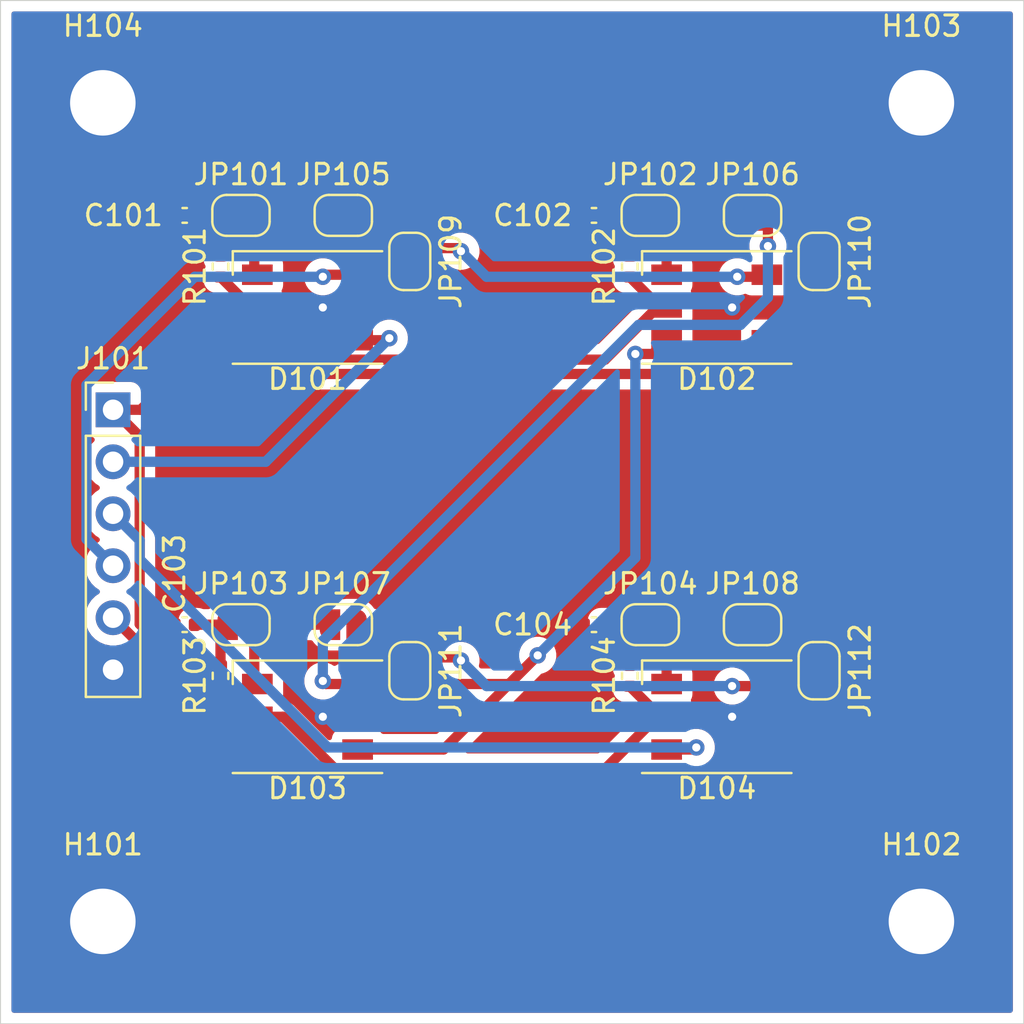
<source format=kicad_pcb>
(kicad_pcb (version 20171130) (host pcbnew "(5.1.9)-1")

  (general
    (thickness 1.6)
    (drawings 4)
    (tracks 139)
    (zones 0)
    (modules 29)
    (nets 21)
  )

  (page A4)
  (layers
    (0 F.Cu signal)
    (31 B.Cu signal)
    (32 B.Adhes user)
    (33 F.Adhes user)
    (34 B.Paste user)
    (35 F.Paste user)
    (36 B.SilkS user)
    (37 F.SilkS user)
    (38 B.Mask user)
    (39 F.Mask user)
    (40 Dwgs.User user)
    (41 Cmts.User user)
    (42 Eco1.User user)
    (43 Eco2.User user)
    (44 Edge.Cuts user)
    (45 Margin user)
    (46 B.CrtYd user)
    (47 F.CrtYd user)
    (48 B.Fab user)
    (49 F.Fab user)
  )

  (setup
    (last_trace_width 0.5)
    (user_trace_width 0.5)
    (user_trace_width 1)
    (trace_clearance 0.2)
    (zone_clearance 0.508)
    (zone_45_only no)
    (trace_min 0.2)
    (via_size 0.8)
    (via_drill 0.4)
    (via_min_size 0.4)
    (via_min_drill 0.3)
    (uvia_size 0.3)
    (uvia_drill 0.1)
    (uvias_allowed no)
    (uvia_min_size 0.2)
    (uvia_min_drill 0.1)
    (edge_width 0.05)
    (segment_width 0.2)
    (pcb_text_width 0.3)
    (pcb_text_size 1.5 1.5)
    (mod_edge_width 0.12)
    (mod_text_size 1 1)
    (mod_text_width 0.15)
    (pad_size 1.524 1.524)
    (pad_drill 0.762)
    (pad_to_mask_clearance 0)
    (aux_axis_origin 0 0)
    (visible_elements FFFFFF7F)
    (pcbplotparams
      (layerselection 0x010fc_ffffffff)
      (usegerberextensions false)
      (usegerberattributes true)
      (usegerberadvancedattributes true)
      (creategerberjobfile true)
      (excludeedgelayer true)
      (linewidth 0.100000)
      (plotframeref false)
      (viasonmask false)
      (mode 1)
      (useauxorigin false)
      (hpglpennumber 1)
      (hpglpenspeed 20)
      (hpglpendiameter 15.000000)
      (psnegative false)
      (psa4output false)
      (plotreference true)
      (plotvalue true)
      (plotinvisibletext false)
      (padsonsilk false)
      (subtractmaskfromsilk false)
      (outputformat 1)
      (mirror false)
      (drillshape 1)
      (scaleselection 1)
      (outputdirectory ""))
  )

  (net 0 "")
  (net 1 "Net-(C101-Pad2)")
  (net 2 GND)
  (net 3 "Net-(C102-Pad2)")
  (net 4 "Net-(C103-Pad2)")
  (net 5 "Net-(C104-Pad2)")
  (net 6 "Net-(D101-Pad1)")
  (net 7 +5V)
  (net 8 "Net-(D101-Pad3)")
  (net 9 /BI)
  (net 10 /DI)
  (net 11 "Net-(D102-Pad6)")
  (net 12 "Net-(D102-Pad3)")
  (net 13 "Net-(D102-Pad1)")
  (net 14 "Net-(D103-Pad1)")
  (net 15 "Net-(D103-Pad3)")
  (net 16 "Net-(D103-Pad6)")
  (net 17 "Net-(D104-Pad6)")
  (net 18 /DO)
  (net 19 "Net-(D104-Pad1)")
  (net 20 /BO)

  (net_class Default "This is the default net class."
    (clearance 0.2)
    (trace_width 0.25)
    (via_dia 0.8)
    (via_drill 0.4)
    (uvia_dia 0.3)
    (uvia_drill 0.1)
    (add_net +5V)
    (add_net /BI)
    (add_net /BO)
    (add_net /DI)
    (add_net /DO)
    (add_net GND)
    (add_net "Net-(C101-Pad2)")
    (add_net "Net-(C102-Pad2)")
    (add_net "Net-(C103-Pad2)")
    (add_net "Net-(C104-Pad2)")
    (add_net "Net-(D101-Pad1)")
    (add_net "Net-(D101-Pad3)")
    (add_net "Net-(D102-Pad1)")
    (add_net "Net-(D102-Pad3)")
    (add_net "Net-(D102-Pad6)")
    (add_net "Net-(D103-Pad1)")
    (add_net "Net-(D103-Pad3)")
    (add_net "Net-(D103-Pad6)")
    (add_net "Net-(D104-Pad1)")
    (add_net "Net-(D104-Pad6)")
  )

  (module Capacitor_SMD:C_0402_1005Metric (layer F.Cu) (tedit 5F68FEEE) (tstamp 615287F5)
    (at 109 110.5)
    (descr "Capacitor SMD 0402 (1005 Metric), square (rectangular) end terminal, IPC_7351 nominal, (Body size source: IPC-SM-782 page 76, https://www.pcb-3d.com/wordpress/wp-content/uploads/ipc-sm-782a_amendment_1_and_2.pdf), generated with kicad-footprint-generator")
    (tags capacitor)
    (path /630E595B)
    (attr smd)
    (fp_text reference C101 (at -3 0) (layer F.SilkS)
      (effects (font (size 1 1) (thickness 0.15)))
    )
    (fp_text value 100n (at 0 1.16) (layer F.Fab)
      (effects (font (size 1 1) (thickness 0.15)))
    )
    (fp_text user %R (at 0 0) (layer F.Fab)
      (effects (font (size 0.25 0.25) (thickness 0.04)))
    )
    (fp_line (start -0.5 0.25) (end -0.5 -0.25) (layer F.Fab) (width 0.1))
    (fp_line (start -0.5 -0.25) (end 0.5 -0.25) (layer F.Fab) (width 0.1))
    (fp_line (start 0.5 -0.25) (end 0.5 0.25) (layer F.Fab) (width 0.1))
    (fp_line (start 0.5 0.25) (end -0.5 0.25) (layer F.Fab) (width 0.1))
    (fp_line (start -0.107836 -0.36) (end 0.107836 -0.36) (layer F.SilkS) (width 0.12))
    (fp_line (start -0.107836 0.36) (end 0.107836 0.36) (layer F.SilkS) (width 0.12))
    (fp_line (start -0.91 0.46) (end -0.91 -0.46) (layer F.CrtYd) (width 0.05))
    (fp_line (start -0.91 -0.46) (end 0.91 -0.46) (layer F.CrtYd) (width 0.05))
    (fp_line (start 0.91 -0.46) (end 0.91 0.46) (layer F.CrtYd) (width 0.05))
    (fp_line (start 0.91 0.46) (end -0.91 0.46) (layer F.CrtYd) (width 0.05))
    (pad 2 smd roundrect (at 0.48 0) (size 0.56 0.62) (layers F.Cu F.Paste F.Mask) (roundrect_rratio 0.25)
      (net 1 "Net-(C101-Pad2)"))
    (pad 1 smd roundrect (at -0.48 0) (size 0.56 0.62) (layers F.Cu F.Paste F.Mask) (roundrect_rratio 0.25)
      (net 2 GND))
    (model ${KISYS3DMOD}/Capacitor_SMD.3dshapes/C_0402_1005Metric.wrl
      (at (xyz 0 0 0))
      (scale (xyz 1 1 1))
      (rotate (xyz 0 0 0))
    )
  )

  (module Capacitor_SMD:C_0402_1005Metric (layer F.Cu) (tedit 5F68FEEE) (tstamp 6152B829)
    (at 129 110.5)
    (descr "Capacitor SMD 0402 (1005 Metric), square (rectangular) end terminal, IPC_7351 nominal, (Body size source: IPC-SM-782 page 76, https://www.pcb-3d.com/wordpress/wp-content/uploads/ipc-sm-782a_amendment_1_and_2.pdf), generated with kicad-footprint-generator")
    (tags capacitor)
    (path /630EC414)
    (attr smd)
    (fp_text reference C102 (at -3 0) (layer F.SilkS)
      (effects (font (size 1 1) (thickness 0.15)))
    )
    (fp_text value 100n (at 0 1.16) (layer F.Fab)
      (effects (font (size 1 1) (thickness 0.15)))
    )
    (fp_line (start 0.91 0.46) (end -0.91 0.46) (layer F.CrtYd) (width 0.05))
    (fp_line (start 0.91 -0.46) (end 0.91 0.46) (layer F.CrtYd) (width 0.05))
    (fp_line (start -0.91 -0.46) (end 0.91 -0.46) (layer F.CrtYd) (width 0.05))
    (fp_line (start -0.91 0.46) (end -0.91 -0.46) (layer F.CrtYd) (width 0.05))
    (fp_line (start -0.107836 0.36) (end 0.107836 0.36) (layer F.SilkS) (width 0.12))
    (fp_line (start -0.107836 -0.36) (end 0.107836 -0.36) (layer F.SilkS) (width 0.12))
    (fp_line (start 0.5 0.25) (end -0.5 0.25) (layer F.Fab) (width 0.1))
    (fp_line (start 0.5 -0.25) (end 0.5 0.25) (layer F.Fab) (width 0.1))
    (fp_line (start -0.5 -0.25) (end 0.5 -0.25) (layer F.Fab) (width 0.1))
    (fp_line (start -0.5 0.25) (end -0.5 -0.25) (layer F.Fab) (width 0.1))
    (fp_text user %R (at 0 0) (layer F.Fab)
      (effects (font (size 0.25 0.25) (thickness 0.04)))
    )
    (pad 1 smd roundrect (at -0.48 0) (size 0.56 0.62) (layers F.Cu F.Paste F.Mask) (roundrect_rratio 0.25)
      (net 2 GND))
    (pad 2 smd roundrect (at 0.48 0) (size 0.56 0.62) (layers F.Cu F.Paste F.Mask) (roundrect_rratio 0.25)
      (net 3 "Net-(C102-Pad2)"))
    (model ${KISYS3DMOD}/Capacitor_SMD.3dshapes/C_0402_1005Metric.wrl
      (at (xyz 0 0 0))
      (scale (xyz 1 1 1))
      (rotate (xyz 0 0 0))
    )
  )

  (module Capacitor_SMD:C_0402_1005Metric (layer F.Cu) (tedit 5F68FEEE) (tstamp 61528817)
    (at 109 130.5)
    (descr "Capacitor SMD 0402 (1005 Metric), square (rectangular) end terminal, IPC_7351 nominal, (Body size source: IPC-SM-782 page 76, https://www.pcb-3d.com/wordpress/wp-content/uploads/ipc-sm-782a_amendment_1_and_2.pdf), generated with kicad-footprint-generator")
    (tags capacitor)
    (path /630EECEA)
    (attr smd)
    (fp_text reference C103 (at -0.5 -2.5 90) (layer F.SilkS)
      (effects (font (size 1 1) (thickness 0.15)))
    )
    (fp_text value 100n (at 0 1.16) (layer F.Fab)
      (effects (font (size 1 1) (thickness 0.15)))
    )
    (fp_line (start 0.91 0.46) (end -0.91 0.46) (layer F.CrtYd) (width 0.05))
    (fp_line (start 0.91 -0.46) (end 0.91 0.46) (layer F.CrtYd) (width 0.05))
    (fp_line (start -0.91 -0.46) (end 0.91 -0.46) (layer F.CrtYd) (width 0.05))
    (fp_line (start -0.91 0.46) (end -0.91 -0.46) (layer F.CrtYd) (width 0.05))
    (fp_line (start -0.107836 0.36) (end 0.107836 0.36) (layer F.SilkS) (width 0.12))
    (fp_line (start -0.107836 -0.36) (end 0.107836 -0.36) (layer F.SilkS) (width 0.12))
    (fp_line (start 0.5 0.25) (end -0.5 0.25) (layer F.Fab) (width 0.1))
    (fp_line (start 0.5 -0.25) (end 0.5 0.25) (layer F.Fab) (width 0.1))
    (fp_line (start -0.5 -0.25) (end 0.5 -0.25) (layer F.Fab) (width 0.1))
    (fp_line (start -0.5 0.25) (end -0.5 -0.25) (layer F.Fab) (width 0.1))
    (fp_text user %R (at 0 0) (layer F.Fab)
      (effects (font (size 0.25 0.25) (thickness 0.04)))
    )
    (pad 1 smd roundrect (at -0.48 0) (size 0.56 0.62) (layers F.Cu F.Paste F.Mask) (roundrect_rratio 0.25)
      (net 2 GND))
    (pad 2 smd roundrect (at 0.48 0) (size 0.56 0.62) (layers F.Cu F.Paste F.Mask) (roundrect_rratio 0.25)
      (net 4 "Net-(C103-Pad2)"))
    (model ${KISYS3DMOD}/Capacitor_SMD.3dshapes/C_0402_1005Metric.wrl
      (at (xyz 0 0 0))
      (scale (xyz 1 1 1))
      (rotate (xyz 0 0 0))
    )
  )

  (module Capacitor_SMD:C_0402_1005Metric (layer F.Cu) (tedit 5F68FEEE) (tstamp 61528828)
    (at 129 130.5)
    (descr "Capacitor SMD 0402 (1005 Metric), square (rectangular) end terminal, IPC_7351 nominal, (Body size source: IPC-SM-782 page 76, https://www.pcb-3d.com/wordpress/wp-content/uploads/ipc-sm-782a_amendment_1_and_2.pdf), generated with kicad-footprint-generator")
    (tags capacitor)
    (path /630F1683)
    (attr smd)
    (fp_text reference C104 (at -3 0) (layer F.SilkS)
      (effects (font (size 1 1) (thickness 0.15)))
    )
    (fp_text value 100n (at 0 1.16) (layer F.Fab)
      (effects (font (size 1 1) (thickness 0.15)))
    )
    (fp_text user %R (at 0 0) (layer F.Fab)
      (effects (font (size 0.25 0.25) (thickness 0.04)))
    )
    (fp_line (start -0.5 0.25) (end -0.5 -0.25) (layer F.Fab) (width 0.1))
    (fp_line (start -0.5 -0.25) (end 0.5 -0.25) (layer F.Fab) (width 0.1))
    (fp_line (start 0.5 -0.25) (end 0.5 0.25) (layer F.Fab) (width 0.1))
    (fp_line (start 0.5 0.25) (end -0.5 0.25) (layer F.Fab) (width 0.1))
    (fp_line (start -0.107836 -0.36) (end 0.107836 -0.36) (layer F.SilkS) (width 0.12))
    (fp_line (start -0.107836 0.36) (end 0.107836 0.36) (layer F.SilkS) (width 0.12))
    (fp_line (start -0.91 0.46) (end -0.91 -0.46) (layer F.CrtYd) (width 0.05))
    (fp_line (start -0.91 -0.46) (end 0.91 -0.46) (layer F.CrtYd) (width 0.05))
    (fp_line (start 0.91 -0.46) (end 0.91 0.46) (layer F.CrtYd) (width 0.05))
    (fp_line (start 0.91 0.46) (end -0.91 0.46) (layer F.CrtYd) (width 0.05))
    (pad 2 smd roundrect (at 0.48 0) (size 0.56 0.62) (layers F.Cu F.Paste F.Mask) (roundrect_rratio 0.25)
      (net 5 "Net-(C104-Pad2)"))
    (pad 1 smd roundrect (at -0.48 0) (size 0.56 0.62) (layers F.Cu F.Paste F.Mask) (roundrect_rratio 0.25)
      (net 2 GND))
    (model ${KISYS3DMOD}/Capacitor_SMD.3dshapes/C_0402_1005Metric.wrl
      (at (xyz 0 0 0))
      (scale (xyz 1 1 1))
      (rotate (xyz 0 0 0))
    )
  )

  (module LED_SMD:LED_WS2812_PLCC6_5.0x5.0mm_P1.6mm (layer F.Cu) (tedit 5AA4B296) (tstamp 6152A3AA)
    (at 115 115)
    (descr https://cdn-shop.adafruit.com/datasheets/WS2812.pdf)
    (tags "LED RGB NeoPixel")
    (path /630B0076)
    (attr smd)
    (fp_text reference D101 (at 0 3.5) (layer F.SilkS)
      (effects (font (size 1 1) (thickness 0.15)))
    )
    (fp_text value WS2813 (at 0 4) (layer F.Fab)
      (effects (font (size 1 1) (thickness 0.15)))
    )
    (fp_text user %R (at 0 0) (layer F.Fab)
      (effects (font (size 0.8 0.8) (thickness 0.15)))
    )
    (fp_line (start 3.45 -2.75) (end -3.45 -2.75) (layer F.CrtYd) (width 0.05))
    (fp_line (start 3.45 2.75) (end 3.45 -2.75) (layer F.CrtYd) (width 0.05))
    (fp_line (start -3.45 2.75) (end 3.45 2.75) (layer F.CrtYd) (width 0.05))
    (fp_line (start -3.45 -2.75) (end -3.45 2.75) (layer F.CrtYd) (width 0.05))
    (fp_line (start -2.5 -1.5) (end -1.5 -2.5) (layer F.Fab) (width 0.1))
    (fp_line (start -2.5 -2.5) (end 2.5 -2.5) (layer F.Fab) (width 0.1))
    (fp_line (start 2.5 -2.5) (end 2.5 2.5) (layer F.Fab) (width 0.1))
    (fp_line (start 2.5 2.5) (end -2.5 2.5) (layer F.Fab) (width 0.1))
    (fp_line (start -2.5 2.5) (end -2.5 -2.5) (layer F.Fab) (width 0.1))
    (fp_line (start -3.65 2.75) (end 3.65 2.75) (layer F.SilkS) (width 0.12))
    (fp_line (start -3.65 -1.6) (end -3.65 -2.75) (layer F.SilkS) (width 0.12))
    (fp_line (start -3.65 -2.75) (end 3.65 -2.75) (layer F.SilkS) (width 0.12))
    (fp_circle (center 0 0) (end 0 -2) (layer F.Fab) (width 0.1))
    (pad 1 smd rect (at -2.45 -1.6) (size 1.5 1) (layers F.Cu F.Paste F.Mask)
      (net 6 "Net-(D101-Pad1)"))
    (pad 2 smd rect (at -2.45 0) (size 1.5 1) (layers F.Cu F.Paste F.Mask)
      (net 7 +5V))
    (pad 3 smd rect (at -2.45 1.6) (size 1.5 1) (layers F.Cu F.Paste F.Mask)
      (net 8 "Net-(D101-Pad3)"))
    (pad 6 smd rect (at 2.45 -1.6) (size 1.5 1) (layers F.Cu F.Paste F.Mask)
      (net 9 /BI))
    (pad 5 smd rect (at 2.45 0) (size 1.5 1) (layers F.Cu F.Paste F.Mask)
      (net 2 GND))
    (pad 4 smd rect (at 2.45 1.6) (size 1.5 1) (layers F.Cu F.Paste F.Mask)
      (net 10 /DI))
    (model ${KISYS3DMOD}/LED_SMD.3dshapes/LED_WS2812_PLCC6_5.0x5.0mm_P1.6mm.wrl
      (at (xyz 0 0 0))
      (scale (xyz 1 1 1))
      (rotate (xyz 0 0 0))
    )
  )

  (module LED_SMD:LED_WS2812_PLCC6_5.0x5.0mm_P1.6mm (layer F.Cu) (tedit 5AA4B296) (tstamp 61528858)
    (at 135 115)
    (descr https://cdn-shop.adafruit.com/datasheets/WS2812.pdf)
    (tags "LED RGB NeoPixel")
    (path /630B6462)
    (attr smd)
    (fp_text reference D102 (at 0 3.5) (layer F.SilkS)
      (effects (font (size 1 1) (thickness 0.15)))
    )
    (fp_text value WS2813 (at 0 4) (layer F.Fab)
      (effects (font (size 1 1) (thickness 0.15)))
    )
    (fp_circle (center 0 0) (end 0 -2) (layer F.Fab) (width 0.1))
    (fp_line (start -3.65 -2.75) (end 3.65 -2.75) (layer F.SilkS) (width 0.12))
    (fp_line (start -3.65 -1.6) (end -3.65 -2.75) (layer F.SilkS) (width 0.12))
    (fp_line (start -3.65 2.75) (end 3.65 2.75) (layer F.SilkS) (width 0.12))
    (fp_line (start -2.5 2.5) (end -2.5 -2.5) (layer F.Fab) (width 0.1))
    (fp_line (start 2.5 2.5) (end -2.5 2.5) (layer F.Fab) (width 0.1))
    (fp_line (start 2.5 -2.5) (end 2.5 2.5) (layer F.Fab) (width 0.1))
    (fp_line (start -2.5 -2.5) (end 2.5 -2.5) (layer F.Fab) (width 0.1))
    (fp_line (start -2.5 -1.5) (end -1.5 -2.5) (layer F.Fab) (width 0.1))
    (fp_line (start -3.45 -2.75) (end -3.45 2.75) (layer F.CrtYd) (width 0.05))
    (fp_line (start -3.45 2.75) (end 3.45 2.75) (layer F.CrtYd) (width 0.05))
    (fp_line (start 3.45 2.75) (end 3.45 -2.75) (layer F.CrtYd) (width 0.05))
    (fp_line (start 3.45 -2.75) (end -3.45 -2.75) (layer F.CrtYd) (width 0.05))
    (fp_text user %R (at 0 0) (layer F.Fab)
      (effects (font (size 0.8 0.8) (thickness 0.15)))
    )
    (pad 4 smd rect (at 2.45 1.6) (size 1.5 1) (layers F.Cu F.Paste F.Mask)
      (net 8 "Net-(D101-Pad3)"))
    (pad 5 smd rect (at 2.45 0) (size 1.5 1) (layers F.Cu F.Paste F.Mask)
      (net 2 GND))
    (pad 6 smd rect (at 2.45 -1.6) (size 1.5 1) (layers F.Cu F.Paste F.Mask)
      (net 11 "Net-(D102-Pad6)"))
    (pad 3 smd rect (at -2.45 1.6) (size 1.5 1) (layers F.Cu F.Paste F.Mask)
      (net 12 "Net-(D102-Pad3)"))
    (pad 2 smd rect (at -2.45 0) (size 1.5 1) (layers F.Cu F.Paste F.Mask)
      (net 7 +5V))
    (pad 1 smd rect (at -2.45 -1.6) (size 1.5 1) (layers F.Cu F.Paste F.Mask)
      (net 13 "Net-(D102-Pad1)"))
    (model ${KISYS3DMOD}/LED_SMD.3dshapes/LED_WS2812_PLCC6_5.0x5.0mm_P1.6mm.wrl
      (at (xyz 0 0 0))
      (scale (xyz 1 1 1))
      (rotate (xyz 0 0 0))
    )
  )

  (module LED_SMD:LED_WS2812_PLCC6_5.0x5.0mm_P1.6mm (layer F.Cu) (tedit 5AA4B296) (tstamp 61528870)
    (at 115 135)
    (descr https://cdn-shop.adafruit.com/datasheets/WS2812.pdf)
    (tags "LED RGB NeoPixel")
    (path /630B6C74)
    (attr smd)
    (fp_text reference D103 (at 0 3.5) (layer F.SilkS)
      (effects (font (size 1 1) (thickness 0.15)))
    )
    (fp_text value WS2813 (at 0 4) (layer F.Fab)
      (effects (font (size 1 1) (thickness 0.15)))
    )
    (fp_text user %R (at 0 0) (layer F.Fab)
      (effects (font (size 0.8 0.8) (thickness 0.15)))
    )
    (fp_line (start 3.45 -2.75) (end -3.45 -2.75) (layer F.CrtYd) (width 0.05))
    (fp_line (start 3.45 2.75) (end 3.45 -2.75) (layer F.CrtYd) (width 0.05))
    (fp_line (start -3.45 2.75) (end 3.45 2.75) (layer F.CrtYd) (width 0.05))
    (fp_line (start -3.45 -2.75) (end -3.45 2.75) (layer F.CrtYd) (width 0.05))
    (fp_line (start -2.5 -1.5) (end -1.5 -2.5) (layer F.Fab) (width 0.1))
    (fp_line (start -2.5 -2.5) (end 2.5 -2.5) (layer F.Fab) (width 0.1))
    (fp_line (start 2.5 -2.5) (end 2.5 2.5) (layer F.Fab) (width 0.1))
    (fp_line (start 2.5 2.5) (end -2.5 2.5) (layer F.Fab) (width 0.1))
    (fp_line (start -2.5 2.5) (end -2.5 -2.5) (layer F.Fab) (width 0.1))
    (fp_line (start -3.65 2.75) (end 3.65 2.75) (layer F.SilkS) (width 0.12))
    (fp_line (start -3.65 -1.6) (end -3.65 -2.75) (layer F.SilkS) (width 0.12))
    (fp_line (start -3.65 -2.75) (end 3.65 -2.75) (layer F.SilkS) (width 0.12))
    (fp_circle (center 0 0) (end 0 -2) (layer F.Fab) (width 0.1))
    (pad 1 smd rect (at -2.45 -1.6) (size 1.5 1) (layers F.Cu F.Paste F.Mask)
      (net 14 "Net-(D103-Pad1)"))
    (pad 2 smd rect (at -2.45 0) (size 1.5 1) (layers F.Cu F.Paste F.Mask)
      (net 7 +5V))
    (pad 3 smd rect (at -2.45 1.6) (size 1.5 1) (layers F.Cu F.Paste F.Mask)
      (net 15 "Net-(D103-Pad3)"))
    (pad 6 smd rect (at 2.45 -1.6) (size 1.5 1) (layers F.Cu F.Paste F.Mask)
      (net 16 "Net-(D103-Pad6)"))
    (pad 5 smd rect (at 2.45 0) (size 1.5 1) (layers F.Cu F.Paste F.Mask)
      (net 2 GND))
    (pad 4 smd rect (at 2.45 1.6) (size 1.5 1) (layers F.Cu F.Paste F.Mask)
      (net 12 "Net-(D102-Pad3)"))
    (model ${KISYS3DMOD}/LED_SMD.3dshapes/LED_WS2812_PLCC6_5.0x5.0mm_P1.6mm.wrl
      (at (xyz 0 0 0))
      (scale (xyz 1 1 1))
      (rotate (xyz 0 0 0))
    )
  )

  (module LED_SMD:LED_WS2812_PLCC6_5.0x5.0mm_P1.6mm (layer F.Cu) (tedit 5AA4B296) (tstamp 61528888)
    (at 135 135)
    (descr https://cdn-shop.adafruit.com/datasheets/WS2812.pdf)
    (tags "LED RGB NeoPixel")
    (path /630B74D9)
    (attr smd)
    (fp_text reference D104 (at 0 3.5) (layer F.SilkS)
      (effects (font (size 1 1) (thickness 0.15)))
    )
    (fp_text value WS2813 (at 0 4) (layer F.Fab)
      (effects (font (size 1 1) (thickness 0.15)))
    )
    (fp_circle (center 0 0) (end 0 -2) (layer F.Fab) (width 0.1))
    (fp_line (start -3.65 -2.75) (end 3.65 -2.75) (layer F.SilkS) (width 0.12))
    (fp_line (start -3.65 -1.6) (end -3.65 -2.75) (layer F.SilkS) (width 0.12))
    (fp_line (start -3.65 2.75) (end 3.65 2.75) (layer F.SilkS) (width 0.12))
    (fp_line (start -2.5 2.5) (end -2.5 -2.5) (layer F.Fab) (width 0.1))
    (fp_line (start 2.5 2.5) (end -2.5 2.5) (layer F.Fab) (width 0.1))
    (fp_line (start 2.5 -2.5) (end 2.5 2.5) (layer F.Fab) (width 0.1))
    (fp_line (start -2.5 -2.5) (end 2.5 -2.5) (layer F.Fab) (width 0.1))
    (fp_line (start -2.5 -1.5) (end -1.5 -2.5) (layer F.Fab) (width 0.1))
    (fp_line (start -3.45 -2.75) (end -3.45 2.75) (layer F.CrtYd) (width 0.05))
    (fp_line (start -3.45 2.75) (end 3.45 2.75) (layer F.CrtYd) (width 0.05))
    (fp_line (start 3.45 2.75) (end 3.45 -2.75) (layer F.CrtYd) (width 0.05))
    (fp_line (start 3.45 -2.75) (end -3.45 -2.75) (layer F.CrtYd) (width 0.05))
    (fp_text user %R (at 0 0) (layer F.Fab)
      (effects (font (size 0.8 0.8) (thickness 0.15)))
    )
    (pad 4 smd rect (at 2.45 1.6) (size 1.5 1) (layers F.Cu F.Paste F.Mask)
      (net 15 "Net-(D103-Pad3)"))
    (pad 5 smd rect (at 2.45 0) (size 1.5 1) (layers F.Cu F.Paste F.Mask)
      (net 2 GND))
    (pad 6 smd rect (at 2.45 -1.6) (size 1.5 1) (layers F.Cu F.Paste F.Mask)
      (net 17 "Net-(D104-Pad6)"))
    (pad 3 smd rect (at -2.45 1.6) (size 1.5 1) (layers F.Cu F.Paste F.Mask)
      (net 18 /DO))
    (pad 2 smd rect (at -2.45 0) (size 1.5 1) (layers F.Cu F.Paste F.Mask)
      (net 7 +5V))
    (pad 1 smd rect (at -2.45 -1.6) (size 1.5 1) (layers F.Cu F.Paste F.Mask)
      (net 19 "Net-(D104-Pad1)"))
    (model ${KISYS3DMOD}/LED_SMD.3dshapes/LED_WS2812_PLCC6_5.0x5.0mm_P1.6mm.wrl
      (at (xyz 0 0 0))
      (scale (xyz 1 1 1))
      (rotate (xyz 0 0 0))
    )
  )

  (module Connector_PinHeader_2.54mm:PinHeader_1x06_P2.54mm_Vertical (layer F.Cu) (tedit 59FED5CC) (tstamp 615288A2)
    (at 105.5 120)
    (descr "Through hole straight pin header, 1x06, 2.54mm pitch, single row")
    (tags "Through hole pin header THT 1x06 2.54mm single row")
    (path /630C0624)
    (fp_text reference J101 (at 0 -2.5) (layer F.SilkS)
      (effects (font (size 1 1) (thickness 0.15)))
    )
    (fp_text value Breakout (at 0 15.03) (layer F.Fab)
      (effects (font (size 1 1) (thickness 0.15)))
    )
    (fp_line (start 1.8 -1.8) (end -1.8 -1.8) (layer F.CrtYd) (width 0.05))
    (fp_line (start 1.8 14.5) (end 1.8 -1.8) (layer F.CrtYd) (width 0.05))
    (fp_line (start -1.8 14.5) (end 1.8 14.5) (layer F.CrtYd) (width 0.05))
    (fp_line (start -1.8 -1.8) (end -1.8 14.5) (layer F.CrtYd) (width 0.05))
    (fp_line (start -1.33 -1.33) (end 0 -1.33) (layer F.SilkS) (width 0.12))
    (fp_line (start -1.33 0) (end -1.33 -1.33) (layer F.SilkS) (width 0.12))
    (fp_line (start -1.33 1.27) (end 1.33 1.27) (layer F.SilkS) (width 0.12))
    (fp_line (start 1.33 1.27) (end 1.33 14.03) (layer F.SilkS) (width 0.12))
    (fp_line (start -1.33 1.27) (end -1.33 14.03) (layer F.SilkS) (width 0.12))
    (fp_line (start -1.33 14.03) (end 1.33 14.03) (layer F.SilkS) (width 0.12))
    (fp_line (start -1.27 -0.635) (end -0.635 -1.27) (layer F.Fab) (width 0.1))
    (fp_line (start -1.27 13.97) (end -1.27 -0.635) (layer F.Fab) (width 0.1))
    (fp_line (start 1.27 13.97) (end -1.27 13.97) (layer F.Fab) (width 0.1))
    (fp_line (start 1.27 -1.27) (end 1.27 13.97) (layer F.Fab) (width 0.1))
    (fp_line (start -0.635 -1.27) (end 1.27 -1.27) (layer F.Fab) (width 0.1))
    (fp_text user %R (at 0 6.35 90) (layer F.Fab)
      (effects (font (size 1 1) (thickness 0.15)))
    )
    (pad 1 thru_hole rect (at 0 0) (size 1.7 1.7) (drill 1) (layers *.Cu *.Mask)
      (net 7 +5V))
    (pad 2 thru_hole oval (at 0 2.54) (size 1.7 1.7) (drill 1) (layers *.Cu *.Mask)
      (net 10 /DI))
    (pad 3 thru_hole oval (at 0 5.08) (size 1.7 1.7) (drill 1) (layers *.Cu *.Mask)
      (net 18 /DO))
    (pad 4 thru_hole oval (at 0 7.62) (size 1.7 1.7) (drill 1) (layers *.Cu *.Mask)
      (net 9 /BI))
    (pad 5 thru_hole oval (at 0 10.16) (size 1.7 1.7) (drill 1) (layers *.Cu *.Mask)
      (net 20 /BO))
    (pad 6 thru_hole oval (at 0 12.7) (size 1.7 1.7) (drill 1) (layers *.Cu *.Mask)
      (net 2 GND))
    (model ${KISYS3DMOD}/Connector_PinHeader_2.54mm.3dshapes/PinHeader_1x06_P2.54mm_Vertical.wrl
      (at (xyz 0 0 0))
      (scale (xyz 1 1 1))
      (rotate (xyz 0 0 0))
    )
  )

  (module Jumper:SolderJumper-2_P1.3mm_Open_RoundedPad1.0x1.5mm (layer F.Cu) (tedit 5B391E66) (tstamp 615288B4)
    (at 111.75 110.5)
    (descr "SMD Solder Jumper, 1x1.5mm, rounded Pads, 0.3mm gap, open")
    (tags "solder jumper open")
    (path /630E2052)
    (attr virtual)
    (fp_text reference JP101 (at 0 -2) (layer F.SilkS)
      (effects (font (size 1 1) (thickness 0.15)))
    )
    (fp_text value RC (at 0 1.9) (layer F.Fab)
      (effects (font (size 1 1) (thickness 0.15)))
    )
    (fp_arc (start -0.7 -0.3) (end -0.7 -1) (angle -90) (layer F.SilkS) (width 0.12))
    (fp_arc (start -0.7 0.3) (end -1.4 0.3) (angle -90) (layer F.SilkS) (width 0.12))
    (fp_arc (start 0.7 0.3) (end 0.7 1) (angle -90) (layer F.SilkS) (width 0.12))
    (fp_arc (start 0.7 -0.3) (end 1.4 -0.3) (angle -90) (layer F.SilkS) (width 0.12))
    (fp_line (start -1.4 0.3) (end -1.4 -0.3) (layer F.SilkS) (width 0.12))
    (fp_line (start 0.7 1) (end -0.7 1) (layer F.SilkS) (width 0.12))
    (fp_line (start 1.4 -0.3) (end 1.4 0.3) (layer F.SilkS) (width 0.12))
    (fp_line (start -0.7 -1) (end 0.7 -1) (layer F.SilkS) (width 0.12))
    (fp_line (start -1.65 -1.25) (end 1.65 -1.25) (layer F.CrtYd) (width 0.05))
    (fp_line (start -1.65 -1.25) (end -1.65 1.25) (layer F.CrtYd) (width 0.05))
    (fp_line (start 1.65 1.25) (end 1.65 -1.25) (layer F.CrtYd) (width 0.05))
    (fp_line (start 1.65 1.25) (end -1.65 1.25) (layer F.CrtYd) (width 0.05))
    (pad 2 smd custom (at 0.65 0) (size 1 0.5) (layers F.Cu F.Mask)
      (net 6 "Net-(D101-Pad1)") (zone_connect 2)
      (options (clearance outline) (anchor rect))
      (primitives
        (gr_circle (center 0 0.25) (end 0.5 0.25) (width 0))
        (gr_circle (center 0 -0.25) (end 0.5 -0.25) (width 0))
        (gr_poly (pts
           (xy 0 -0.75) (xy -0.5 -0.75) (xy -0.5 0.75) (xy 0 0.75)) (width 0))
      ))
    (pad 1 smd custom (at -0.65 0) (size 1 0.5) (layers F.Cu F.Mask)
      (net 1 "Net-(C101-Pad2)") (zone_connect 2)
      (options (clearance outline) (anchor rect))
      (primitives
        (gr_circle (center 0 0.25) (end 0.5 0.25) (width 0))
        (gr_circle (center 0 -0.25) (end 0.5 -0.25) (width 0))
        (gr_poly (pts
           (xy 0 -0.75) (xy 0.5 -0.75) (xy 0.5 0.75) (xy 0 0.75)) (width 0))
      ))
  )

  (module Jumper:SolderJumper-2_P1.3mm_Open_RoundedPad1.0x1.5mm (layer F.Cu) (tedit 5B391E66) (tstamp 615288C6)
    (at 131.75 110.5)
    (descr "SMD Solder Jumper, 1x1.5mm, rounded Pads, 0.3mm gap, open")
    (tags "solder jumper open")
    (path /630EC407)
    (attr virtual)
    (fp_text reference JP102 (at 0 -2) (layer F.SilkS)
      (effects (font (size 1 1) (thickness 0.15)))
    )
    (fp_text value RC (at 0 1.9) (layer F.Fab)
      (effects (font (size 1 1) (thickness 0.15)))
    )
    (fp_line (start 1.65 1.25) (end -1.65 1.25) (layer F.CrtYd) (width 0.05))
    (fp_line (start 1.65 1.25) (end 1.65 -1.25) (layer F.CrtYd) (width 0.05))
    (fp_line (start -1.65 -1.25) (end -1.65 1.25) (layer F.CrtYd) (width 0.05))
    (fp_line (start -1.65 -1.25) (end 1.65 -1.25) (layer F.CrtYd) (width 0.05))
    (fp_line (start -0.7 -1) (end 0.7 -1) (layer F.SilkS) (width 0.12))
    (fp_line (start 1.4 -0.3) (end 1.4 0.3) (layer F.SilkS) (width 0.12))
    (fp_line (start 0.7 1) (end -0.7 1) (layer F.SilkS) (width 0.12))
    (fp_line (start -1.4 0.3) (end -1.4 -0.3) (layer F.SilkS) (width 0.12))
    (fp_arc (start 0.7 -0.3) (end 1.4 -0.3) (angle -90) (layer F.SilkS) (width 0.12))
    (fp_arc (start 0.7 0.3) (end 0.7 1) (angle -90) (layer F.SilkS) (width 0.12))
    (fp_arc (start -0.7 0.3) (end -1.4 0.3) (angle -90) (layer F.SilkS) (width 0.12))
    (fp_arc (start -0.7 -0.3) (end -0.7 -1) (angle -90) (layer F.SilkS) (width 0.12))
    (pad 1 smd custom (at -0.65 0) (size 1 0.5) (layers F.Cu F.Mask)
      (net 3 "Net-(C102-Pad2)") (zone_connect 2)
      (options (clearance outline) (anchor rect))
      (primitives
        (gr_circle (center 0 0.25) (end 0.5 0.25) (width 0))
        (gr_circle (center 0 -0.25) (end 0.5 -0.25) (width 0))
        (gr_poly (pts
           (xy 0 -0.75) (xy 0.5 -0.75) (xy 0.5 0.75) (xy 0 0.75)) (width 0))
      ))
    (pad 2 smd custom (at 0.65 0) (size 1 0.5) (layers F.Cu F.Mask)
      (net 13 "Net-(D102-Pad1)") (zone_connect 2)
      (options (clearance outline) (anchor rect))
      (primitives
        (gr_circle (center 0 0.25) (end 0.5 0.25) (width 0))
        (gr_circle (center 0 -0.25) (end 0.5 -0.25) (width 0))
        (gr_poly (pts
           (xy 0 -0.75) (xy -0.5 -0.75) (xy -0.5 0.75) (xy 0 0.75)) (width 0))
      ))
  )

  (module Jumper:SolderJumper-2_P1.3mm_Open_RoundedPad1.0x1.5mm (layer F.Cu) (tedit 5B391E66) (tstamp 615288D8)
    (at 111.75 130.5)
    (descr "SMD Solder Jumper, 1x1.5mm, rounded Pads, 0.3mm gap, open")
    (tags "solder jumper open")
    (path /630EECDD)
    (attr virtual)
    (fp_text reference JP103 (at 0 -2) (layer F.SilkS)
      (effects (font (size 1 1) (thickness 0.15)))
    )
    (fp_text value RC (at 0 1.9) (layer F.Fab)
      (effects (font (size 1 1) (thickness 0.15)))
    )
    (fp_arc (start -0.7 -0.3) (end -0.7 -1) (angle -90) (layer F.SilkS) (width 0.12))
    (fp_arc (start -0.7 0.3) (end -1.4 0.3) (angle -90) (layer F.SilkS) (width 0.12))
    (fp_arc (start 0.7 0.3) (end 0.7 1) (angle -90) (layer F.SilkS) (width 0.12))
    (fp_arc (start 0.7 -0.3) (end 1.4 -0.3) (angle -90) (layer F.SilkS) (width 0.12))
    (fp_line (start -1.4 0.3) (end -1.4 -0.3) (layer F.SilkS) (width 0.12))
    (fp_line (start 0.7 1) (end -0.7 1) (layer F.SilkS) (width 0.12))
    (fp_line (start 1.4 -0.3) (end 1.4 0.3) (layer F.SilkS) (width 0.12))
    (fp_line (start -0.7 -1) (end 0.7 -1) (layer F.SilkS) (width 0.12))
    (fp_line (start -1.65 -1.25) (end 1.65 -1.25) (layer F.CrtYd) (width 0.05))
    (fp_line (start -1.65 -1.25) (end -1.65 1.25) (layer F.CrtYd) (width 0.05))
    (fp_line (start 1.65 1.25) (end 1.65 -1.25) (layer F.CrtYd) (width 0.05))
    (fp_line (start 1.65 1.25) (end -1.65 1.25) (layer F.CrtYd) (width 0.05))
    (pad 2 smd custom (at 0.65 0) (size 1 0.5) (layers F.Cu F.Mask)
      (net 14 "Net-(D103-Pad1)") (zone_connect 2)
      (options (clearance outline) (anchor rect))
      (primitives
        (gr_circle (center 0 0.25) (end 0.5 0.25) (width 0))
        (gr_circle (center 0 -0.25) (end 0.5 -0.25) (width 0))
        (gr_poly (pts
           (xy 0 -0.75) (xy -0.5 -0.75) (xy -0.5 0.75) (xy 0 0.75)) (width 0))
      ))
    (pad 1 smd custom (at -0.65 0) (size 1 0.5) (layers F.Cu F.Mask)
      (net 4 "Net-(C103-Pad2)") (zone_connect 2)
      (options (clearance outline) (anchor rect))
      (primitives
        (gr_circle (center 0 0.25) (end 0.5 0.25) (width 0))
        (gr_circle (center 0 -0.25) (end 0.5 -0.25) (width 0))
        (gr_poly (pts
           (xy 0 -0.75) (xy 0.5 -0.75) (xy 0.5 0.75) (xy 0 0.75)) (width 0))
      ))
  )

  (module Jumper:SolderJumper-2_P1.3mm_Open_RoundedPad1.0x1.5mm (layer F.Cu) (tedit 5B391E66) (tstamp 615288EA)
    (at 131.75 130.5)
    (descr "SMD Solder Jumper, 1x1.5mm, rounded Pads, 0.3mm gap, open")
    (tags "solder jumper open")
    (path /630F1676)
    (attr virtual)
    (fp_text reference JP104 (at 0 -2) (layer F.SilkS)
      (effects (font (size 1 1) (thickness 0.15)))
    )
    (fp_text value RC (at 0 1.9) (layer F.Fab)
      (effects (font (size 1 1) (thickness 0.15)))
    )
    (fp_line (start 1.65 1.25) (end -1.65 1.25) (layer F.CrtYd) (width 0.05))
    (fp_line (start 1.65 1.25) (end 1.65 -1.25) (layer F.CrtYd) (width 0.05))
    (fp_line (start -1.65 -1.25) (end -1.65 1.25) (layer F.CrtYd) (width 0.05))
    (fp_line (start -1.65 -1.25) (end 1.65 -1.25) (layer F.CrtYd) (width 0.05))
    (fp_line (start -0.7 -1) (end 0.7 -1) (layer F.SilkS) (width 0.12))
    (fp_line (start 1.4 -0.3) (end 1.4 0.3) (layer F.SilkS) (width 0.12))
    (fp_line (start 0.7 1) (end -0.7 1) (layer F.SilkS) (width 0.12))
    (fp_line (start -1.4 0.3) (end -1.4 -0.3) (layer F.SilkS) (width 0.12))
    (fp_arc (start 0.7 -0.3) (end 1.4 -0.3) (angle -90) (layer F.SilkS) (width 0.12))
    (fp_arc (start 0.7 0.3) (end 0.7 1) (angle -90) (layer F.SilkS) (width 0.12))
    (fp_arc (start -0.7 0.3) (end -1.4 0.3) (angle -90) (layer F.SilkS) (width 0.12))
    (fp_arc (start -0.7 -0.3) (end -0.7 -1) (angle -90) (layer F.SilkS) (width 0.12))
    (pad 1 smd custom (at -0.65 0) (size 1 0.5) (layers F.Cu F.Mask)
      (net 5 "Net-(C104-Pad2)") (zone_connect 2)
      (options (clearance outline) (anchor rect))
      (primitives
        (gr_circle (center 0 0.25) (end 0.5 0.25) (width 0))
        (gr_circle (center 0 -0.25) (end 0.5 -0.25) (width 0))
        (gr_poly (pts
           (xy 0 -0.75) (xy 0.5 -0.75) (xy 0.5 0.75) (xy 0 0.75)) (width 0))
      ))
    (pad 2 smd custom (at 0.65 0) (size 1 0.5) (layers F.Cu F.Mask)
      (net 19 "Net-(D104-Pad1)") (zone_connect 2)
      (options (clearance outline) (anchor rect))
      (primitives
        (gr_circle (center 0 0.25) (end 0.5 0.25) (width 0))
        (gr_circle (center 0 -0.25) (end 0.5 -0.25) (width 0))
        (gr_poly (pts
           (xy 0 -0.75) (xy -0.5 -0.75) (xy -0.5 0.75) (xy 0 0.75)) (width 0))
      ))
  )

  (module Jumper:SolderJumper-2_P1.3mm_Open_RoundedPad1.0x1.5mm (layer F.Cu) (tedit 5B391E66) (tstamp 615288FC)
    (at 116.75 110.5)
    (descr "SMD Solder Jumper, 1x1.5mm, rounded Pads, 0.3mm gap, open")
    (tags "solder jumper open")
    (path /630B7F74)
    (attr virtual)
    (fp_text reference JP105 (at 0 -2) (layer F.SilkS)
      (effects (font (size 1 1) (thickness 0.15)))
    )
    (fp_text value B-B (at 0 1.9) (layer F.Fab)
      (effects (font (size 1 1) (thickness 0.15)))
    )
    (fp_arc (start -0.7 -0.3) (end -0.7 -1) (angle -90) (layer F.SilkS) (width 0.12))
    (fp_arc (start -0.7 0.3) (end -1.4 0.3) (angle -90) (layer F.SilkS) (width 0.12))
    (fp_arc (start 0.7 0.3) (end 0.7 1) (angle -90) (layer F.SilkS) (width 0.12))
    (fp_arc (start 0.7 -0.3) (end 1.4 -0.3) (angle -90) (layer F.SilkS) (width 0.12))
    (fp_line (start -1.4 0.3) (end -1.4 -0.3) (layer F.SilkS) (width 0.12))
    (fp_line (start 0.7 1) (end -0.7 1) (layer F.SilkS) (width 0.12))
    (fp_line (start 1.4 -0.3) (end 1.4 0.3) (layer F.SilkS) (width 0.12))
    (fp_line (start -0.7 -1) (end 0.7 -1) (layer F.SilkS) (width 0.12))
    (fp_line (start -1.65 -1.25) (end 1.65 -1.25) (layer F.CrtYd) (width 0.05))
    (fp_line (start -1.65 -1.25) (end -1.65 1.25) (layer F.CrtYd) (width 0.05))
    (fp_line (start 1.65 1.25) (end 1.65 -1.25) (layer F.CrtYd) (width 0.05))
    (fp_line (start 1.65 1.25) (end -1.65 1.25) (layer F.CrtYd) (width 0.05))
    (pad 2 smd custom (at 0.65 0) (size 1 0.5) (layers F.Cu F.Mask)
      (net 11 "Net-(D102-Pad6)") (zone_connect 2)
      (options (clearance outline) (anchor rect))
      (primitives
        (gr_circle (center 0 0.25) (end 0.5 0.25) (width 0))
        (gr_circle (center 0 -0.25) (end 0.5 -0.25) (width 0))
        (gr_poly (pts
           (xy 0 -0.75) (xy -0.5 -0.75) (xy -0.5 0.75) (xy 0 0.75)) (width 0))
      ))
    (pad 1 smd custom (at -0.65 0) (size 1 0.5) (layers F.Cu F.Mask)
      (net 6 "Net-(D101-Pad1)") (zone_connect 2)
      (options (clearance outline) (anchor rect))
      (primitives
        (gr_circle (center 0 0.25) (end 0.5 0.25) (width 0))
        (gr_circle (center 0 -0.25) (end 0.5 -0.25) (width 0))
        (gr_poly (pts
           (xy 0 -0.75) (xy 0.5 -0.75) (xy 0.5 0.75) (xy 0 0.75)) (width 0))
      ))
  )

  (module Jumper:SolderJumper-2_P1.3mm_Open_RoundedPad1.0x1.5mm (layer F.Cu) (tedit 5B391E66) (tstamp 6152890E)
    (at 136.75 110.5)
    (descr "SMD Solder Jumper, 1x1.5mm, rounded Pads, 0.3mm gap, open")
    (tags "solder jumper open")
    (path /630BB3BF)
    (attr virtual)
    (fp_text reference JP106 (at 0 -2) (layer F.SilkS)
      (effects (font (size 1 1) (thickness 0.15)))
    )
    (fp_text value B-B (at 0 1.9) (layer F.Fab)
      (effects (font (size 1 1) (thickness 0.15)))
    )
    (fp_line (start 1.65 1.25) (end -1.65 1.25) (layer F.CrtYd) (width 0.05))
    (fp_line (start 1.65 1.25) (end 1.65 -1.25) (layer F.CrtYd) (width 0.05))
    (fp_line (start -1.65 -1.25) (end -1.65 1.25) (layer F.CrtYd) (width 0.05))
    (fp_line (start -1.65 -1.25) (end 1.65 -1.25) (layer F.CrtYd) (width 0.05))
    (fp_line (start -0.7 -1) (end 0.7 -1) (layer F.SilkS) (width 0.12))
    (fp_line (start 1.4 -0.3) (end 1.4 0.3) (layer F.SilkS) (width 0.12))
    (fp_line (start 0.7 1) (end -0.7 1) (layer F.SilkS) (width 0.12))
    (fp_line (start -1.4 0.3) (end -1.4 -0.3) (layer F.SilkS) (width 0.12))
    (fp_arc (start 0.7 -0.3) (end 1.4 -0.3) (angle -90) (layer F.SilkS) (width 0.12))
    (fp_arc (start 0.7 0.3) (end 0.7 1) (angle -90) (layer F.SilkS) (width 0.12))
    (fp_arc (start -0.7 0.3) (end -1.4 0.3) (angle -90) (layer F.SilkS) (width 0.12))
    (fp_arc (start -0.7 -0.3) (end -0.7 -1) (angle -90) (layer F.SilkS) (width 0.12))
    (pad 1 smd custom (at -0.65 0) (size 1 0.5) (layers F.Cu F.Mask)
      (net 13 "Net-(D102-Pad1)") (zone_connect 2)
      (options (clearance outline) (anchor rect))
      (primitives
        (gr_circle (center 0 0.25) (end 0.5 0.25) (width 0))
        (gr_circle (center 0 -0.25) (end 0.5 -0.25) (width 0))
        (gr_poly (pts
           (xy 0 -0.75) (xy 0.5 -0.75) (xy 0.5 0.75) (xy 0 0.75)) (width 0))
      ))
    (pad 2 smd custom (at 0.65 0) (size 1 0.5) (layers F.Cu F.Mask)
      (net 16 "Net-(D103-Pad6)") (zone_connect 2)
      (options (clearance outline) (anchor rect))
      (primitives
        (gr_circle (center 0 0.25) (end 0.5 0.25) (width 0))
        (gr_circle (center 0 -0.25) (end 0.5 -0.25) (width 0))
        (gr_poly (pts
           (xy 0 -0.75) (xy -0.5 -0.75) (xy -0.5 0.75) (xy 0 0.75)) (width 0))
      ))
  )

  (module Jumper:SolderJumper-2_P1.3mm_Open_RoundedPad1.0x1.5mm (layer F.Cu) (tedit 5B391E66) (tstamp 61528920)
    (at 116.75 130.5)
    (descr "SMD Solder Jumper, 1x1.5mm, rounded Pads, 0.3mm gap, open")
    (tags "solder jumper open")
    (path /630BBA0B)
    (attr virtual)
    (fp_text reference JP107 (at 0 -2) (layer F.SilkS)
      (effects (font (size 1 1) (thickness 0.15)))
    )
    (fp_text value B-B (at 0 1.9) (layer F.Fab)
      (effects (font (size 1 1) (thickness 0.15)))
    )
    (fp_arc (start -0.7 -0.3) (end -0.7 -1) (angle -90) (layer F.SilkS) (width 0.12))
    (fp_arc (start -0.7 0.3) (end -1.4 0.3) (angle -90) (layer F.SilkS) (width 0.12))
    (fp_arc (start 0.7 0.3) (end 0.7 1) (angle -90) (layer F.SilkS) (width 0.12))
    (fp_arc (start 0.7 -0.3) (end 1.4 -0.3) (angle -90) (layer F.SilkS) (width 0.12))
    (fp_line (start -1.4 0.3) (end -1.4 -0.3) (layer F.SilkS) (width 0.12))
    (fp_line (start 0.7 1) (end -0.7 1) (layer F.SilkS) (width 0.12))
    (fp_line (start 1.4 -0.3) (end 1.4 0.3) (layer F.SilkS) (width 0.12))
    (fp_line (start -0.7 -1) (end 0.7 -1) (layer F.SilkS) (width 0.12))
    (fp_line (start -1.65 -1.25) (end 1.65 -1.25) (layer F.CrtYd) (width 0.05))
    (fp_line (start -1.65 -1.25) (end -1.65 1.25) (layer F.CrtYd) (width 0.05))
    (fp_line (start 1.65 1.25) (end 1.65 -1.25) (layer F.CrtYd) (width 0.05))
    (fp_line (start 1.65 1.25) (end -1.65 1.25) (layer F.CrtYd) (width 0.05))
    (pad 2 smd custom (at 0.65 0) (size 1 0.5) (layers F.Cu F.Mask)
      (net 17 "Net-(D104-Pad6)") (zone_connect 2)
      (options (clearance outline) (anchor rect))
      (primitives
        (gr_circle (center 0 0.25) (end 0.5 0.25) (width 0))
        (gr_circle (center 0 -0.25) (end 0.5 -0.25) (width 0))
        (gr_poly (pts
           (xy 0 -0.75) (xy -0.5 -0.75) (xy -0.5 0.75) (xy 0 0.75)) (width 0))
      ))
    (pad 1 smd custom (at -0.65 0) (size 1 0.5) (layers F.Cu F.Mask)
      (net 14 "Net-(D103-Pad1)") (zone_connect 2)
      (options (clearance outline) (anchor rect))
      (primitives
        (gr_circle (center 0 0.25) (end 0.5 0.25) (width 0))
        (gr_circle (center 0 -0.25) (end 0.5 -0.25) (width 0))
        (gr_poly (pts
           (xy 0 -0.75) (xy 0.5 -0.75) (xy 0.5 0.75) (xy 0 0.75)) (width 0))
      ))
  )

  (module Jumper:SolderJumper-2_P1.3mm_Open_RoundedPad1.0x1.5mm (layer F.Cu) (tedit 5B391E66) (tstamp 61528932)
    (at 136.75 130.5)
    (descr "SMD Solder Jumper, 1x1.5mm, rounded Pads, 0.3mm gap, open")
    (tags "solder jumper open")
    (path /630C585D)
    (attr virtual)
    (fp_text reference JP108 (at 0 -2) (layer F.SilkS)
      (effects (font (size 1 1) (thickness 0.15)))
    )
    (fp_text value B-B (at 0 1.9) (layer F.Fab)
      (effects (font (size 1 1) (thickness 0.15)))
    )
    (fp_line (start 1.65 1.25) (end -1.65 1.25) (layer F.CrtYd) (width 0.05))
    (fp_line (start 1.65 1.25) (end 1.65 -1.25) (layer F.CrtYd) (width 0.05))
    (fp_line (start -1.65 -1.25) (end -1.65 1.25) (layer F.CrtYd) (width 0.05))
    (fp_line (start -1.65 -1.25) (end 1.65 -1.25) (layer F.CrtYd) (width 0.05))
    (fp_line (start -0.7 -1) (end 0.7 -1) (layer F.SilkS) (width 0.12))
    (fp_line (start 1.4 -0.3) (end 1.4 0.3) (layer F.SilkS) (width 0.12))
    (fp_line (start 0.7 1) (end -0.7 1) (layer F.SilkS) (width 0.12))
    (fp_line (start -1.4 0.3) (end -1.4 -0.3) (layer F.SilkS) (width 0.12))
    (fp_arc (start 0.7 -0.3) (end 1.4 -0.3) (angle -90) (layer F.SilkS) (width 0.12))
    (fp_arc (start 0.7 0.3) (end 0.7 1) (angle -90) (layer F.SilkS) (width 0.12))
    (fp_arc (start -0.7 0.3) (end -1.4 0.3) (angle -90) (layer F.SilkS) (width 0.12))
    (fp_arc (start -0.7 -0.3) (end -0.7 -1) (angle -90) (layer F.SilkS) (width 0.12))
    (pad 1 smd custom (at -0.65 0) (size 1 0.5) (layers F.Cu F.Mask)
      (net 19 "Net-(D104-Pad1)") (zone_connect 2)
      (options (clearance outline) (anchor rect))
      (primitives
        (gr_circle (center 0 0.25) (end 0.5 0.25) (width 0))
        (gr_circle (center 0 -0.25) (end 0.5 -0.25) (width 0))
        (gr_poly (pts
           (xy 0 -0.75) (xy 0.5 -0.75) (xy 0.5 0.75) (xy 0 0.75)) (width 0))
      ))
    (pad 2 smd custom (at 0.65 0) (size 1 0.5) (layers F.Cu F.Mask)
      (net 20 /BO) (zone_connect 2)
      (options (clearance outline) (anchor rect))
      (primitives
        (gr_circle (center 0 0.25) (end 0.5 0.25) (width 0))
        (gr_circle (center 0 -0.25) (end 0.5 -0.25) (width 0))
        (gr_poly (pts
           (xy 0 -0.75) (xy -0.5 -0.75) (xy -0.5 0.75) (xy 0 0.75)) (width 0))
      ))
  )

  (module Jumper:SolderJumper-2_P1.3mm_Open_RoundedPad1.0x1.5mm (layer F.Cu) (tedit 5B391E66) (tstamp 61528944)
    (at 120 112.75 270)
    (descr "SMD Solder Jumper, 1x1.5mm, rounded Pads, 0.3mm gap, open")
    (tags "solder jumper open")
    (path /630FF18B)
    (attr virtual)
    (fp_text reference JP109 (at 0 -2 90) (layer F.SilkS)
      (effects (font (size 1 1) (thickness 0.15)))
    )
    (fp_text value bypass (at 0 1.9 90) (layer F.Fab)
      (effects (font (size 1 1) (thickness 0.15)))
    )
    (fp_arc (start -0.7 -0.3) (end -0.7 -1) (angle -90) (layer F.SilkS) (width 0.12))
    (fp_arc (start -0.7 0.3) (end -1.4 0.3) (angle -90) (layer F.SilkS) (width 0.12))
    (fp_arc (start 0.7 0.3) (end 0.7 1) (angle -90) (layer F.SilkS) (width 0.12))
    (fp_arc (start 0.7 -0.3) (end 1.4 -0.3) (angle -90) (layer F.SilkS) (width 0.12))
    (fp_line (start -1.4 0.3) (end -1.4 -0.3) (layer F.SilkS) (width 0.12))
    (fp_line (start 0.7 1) (end -0.7 1) (layer F.SilkS) (width 0.12))
    (fp_line (start 1.4 -0.3) (end 1.4 0.3) (layer F.SilkS) (width 0.12))
    (fp_line (start -0.7 -1) (end 0.7 -1) (layer F.SilkS) (width 0.12))
    (fp_line (start -1.65 -1.25) (end 1.65 -1.25) (layer F.CrtYd) (width 0.05))
    (fp_line (start -1.65 -1.25) (end -1.65 1.25) (layer F.CrtYd) (width 0.05))
    (fp_line (start 1.65 1.25) (end 1.65 -1.25) (layer F.CrtYd) (width 0.05))
    (fp_line (start 1.65 1.25) (end -1.65 1.25) (layer F.CrtYd) (width 0.05))
    (pad 2 smd custom (at 0.65 0 270) (size 1 0.5) (layers F.Cu F.Mask)
      (net 9 /BI) (zone_connect 2)
      (options (clearance outline) (anchor rect))
      (primitives
        (gr_circle (center 0 0.25) (end 0.5 0.25) (width 0))
        (gr_circle (center 0 -0.25) (end 0.5 -0.25) (width 0))
        (gr_poly (pts
           (xy 0 -0.75) (xy -0.5 -0.75) (xy -0.5 0.75) (xy 0 0.75)) (width 0))
      ))
    (pad 1 smd custom (at -0.65 0 270) (size 1 0.5) (layers F.Cu F.Mask)
      (net 11 "Net-(D102-Pad6)") (zone_connect 2)
      (options (clearance outline) (anchor rect))
      (primitives
        (gr_circle (center 0 0.25) (end 0.5 0.25) (width 0))
        (gr_circle (center 0 -0.25) (end 0.5 -0.25) (width 0))
        (gr_poly (pts
           (xy 0 -0.75) (xy 0.5 -0.75) (xy 0.5 0.75) (xy 0 0.75)) (width 0))
      ))
  )

  (module Jumper:SolderJumper-2_P1.3mm_Open_RoundedPad1.0x1.5mm (layer F.Cu) (tedit 5B391E66) (tstamp 6152B7D6)
    (at 140 112.75 270)
    (descr "SMD Solder Jumper, 1x1.5mm, rounded Pads, 0.3mm gap, open")
    (tags "solder jumper open")
    (path /630FFDA8)
    (attr virtual)
    (fp_text reference JP110 (at 0 -2 270) (layer F.SilkS)
      (effects (font (size 1 1) (thickness 0.15)))
    )
    (fp_text value bypass (at 0 1.9 270) (layer F.Fab)
      (effects (font (size 1 1) (thickness 0.15)))
    )
    (fp_line (start 1.65 1.25) (end -1.65 1.25) (layer F.CrtYd) (width 0.05))
    (fp_line (start 1.65 1.25) (end 1.65 -1.25) (layer F.CrtYd) (width 0.05))
    (fp_line (start -1.65 -1.25) (end -1.65 1.25) (layer F.CrtYd) (width 0.05))
    (fp_line (start -1.65 -1.25) (end 1.65 -1.25) (layer F.CrtYd) (width 0.05))
    (fp_line (start -0.7 -1) (end 0.7 -1) (layer F.SilkS) (width 0.12))
    (fp_line (start 1.4 -0.3) (end 1.4 0.3) (layer F.SilkS) (width 0.12))
    (fp_line (start 0.7 1) (end -0.7 1) (layer F.SilkS) (width 0.12))
    (fp_line (start -1.4 0.3) (end -1.4 -0.3) (layer F.SilkS) (width 0.12))
    (fp_arc (start 0.7 -0.3) (end 1.4 -0.3) (angle -90) (layer F.SilkS) (width 0.12))
    (fp_arc (start 0.7 0.3) (end 0.7 1) (angle -90) (layer F.SilkS) (width 0.12))
    (fp_arc (start -0.7 0.3) (end -1.4 0.3) (angle -90) (layer F.SilkS) (width 0.12))
    (fp_arc (start -0.7 -0.3) (end -0.7 -1) (angle -90) (layer F.SilkS) (width 0.12))
    (pad 1 smd custom (at -0.65 0 270) (size 1 0.5) (layers F.Cu F.Mask)
      (net 16 "Net-(D103-Pad6)") (zone_connect 2)
      (options (clearance outline) (anchor rect))
      (primitives
        (gr_circle (center 0 0.25) (end 0.5 0.25) (width 0))
        (gr_circle (center 0 -0.25) (end 0.5 -0.25) (width 0))
        (gr_poly (pts
           (xy 0 -0.75) (xy 0.5 -0.75) (xy 0.5 0.75) (xy 0 0.75)) (width 0))
      ))
    (pad 2 smd custom (at 0.65 0 270) (size 1 0.5) (layers F.Cu F.Mask)
      (net 8 "Net-(D101-Pad3)") (zone_connect 2)
      (options (clearance outline) (anchor rect))
      (primitives
        (gr_circle (center 0 0.25) (end 0.5 0.25) (width 0))
        (gr_circle (center 0 -0.25) (end 0.5 -0.25) (width 0))
        (gr_poly (pts
           (xy 0 -0.75) (xy -0.5 -0.75) (xy -0.5 0.75) (xy 0 0.75)) (width 0))
      ))
  )

  (module Jumper:SolderJumper-2_P1.3mm_Open_RoundedPad1.0x1.5mm (layer F.Cu) (tedit 5B391E66) (tstamp 61528968)
    (at 120 132.75 270)
    (descr "SMD Solder Jumper, 1x1.5mm, rounded Pads, 0.3mm gap, open")
    (tags "solder jumper open")
    (path /63100316)
    (attr virtual)
    (fp_text reference JP111 (at 0 -2 270) (layer F.SilkS)
      (effects (font (size 1 1) (thickness 0.15)))
    )
    (fp_text value bypass (at 0 1.9 270) (layer F.Fab)
      (effects (font (size 1 1) (thickness 0.15)))
    )
    (fp_arc (start -0.7 -0.3) (end -0.7 -1) (angle -90) (layer F.SilkS) (width 0.12))
    (fp_arc (start -0.7 0.3) (end -1.4 0.3) (angle -90) (layer F.SilkS) (width 0.12))
    (fp_arc (start 0.7 0.3) (end 0.7 1) (angle -90) (layer F.SilkS) (width 0.12))
    (fp_arc (start 0.7 -0.3) (end 1.4 -0.3) (angle -90) (layer F.SilkS) (width 0.12))
    (fp_line (start -1.4 0.3) (end -1.4 -0.3) (layer F.SilkS) (width 0.12))
    (fp_line (start 0.7 1) (end -0.7 1) (layer F.SilkS) (width 0.12))
    (fp_line (start 1.4 -0.3) (end 1.4 0.3) (layer F.SilkS) (width 0.12))
    (fp_line (start -0.7 -1) (end 0.7 -1) (layer F.SilkS) (width 0.12))
    (fp_line (start -1.65 -1.25) (end 1.65 -1.25) (layer F.CrtYd) (width 0.05))
    (fp_line (start -1.65 -1.25) (end -1.65 1.25) (layer F.CrtYd) (width 0.05))
    (fp_line (start 1.65 1.25) (end 1.65 -1.25) (layer F.CrtYd) (width 0.05))
    (fp_line (start 1.65 1.25) (end -1.65 1.25) (layer F.CrtYd) (width 0.05))
    (pad 2 smd custom (at 0.65 0 270) (size 1 0.5) (layers F.Cu F.Mask)
      (net 12 "Net-(D102-Pad3)") (zone_connect 2)
      (options (clearance outline) (anchor rect))
      (primitives
        (gr_circle (center 0 0.25) (end 0.5 0.25) (width 0))
        (gr_circle (center 0 -0.25) (end 0.5 -0.25) (width 0))
        (gr_poly (pts
           (xy 0 -0.75) (xy -0.5 -0.75) (xy -0.5 0.75) (xy 0 0.75)) (width 0))
      ))
    (pad 1 smd custom (at -0.65 0 270) (size 1 0.5) (layers F.Cu F.Mask)
      (net 17 "Net-(D104-Pad6)") (zone_connect 2)
      (options (clearance outline) (anchor rect))
      (primitives
        (gr_circle (center 0 0.25) (end 0.5 0.25) (width 0))
        (gr_circle (center 0 -0.25) (end 0.5 -0.25) (width 0))
        (gr_poly (pts
           (xy 0 -0.75) (xy 0.5 -0.75) (xy 0.5 0.75) (xy 0 0.75)) (width 0))
      ))
  )

  (module Jumper:SolderJumper-2_P1.3mm_Open_RoundedPad1.0x1.5mm (layer F.Cu) (tedit 5B391E66) (tstamp 6152897A)
    (at 140 132.75 270)
    (descr "SMD Solder Jumper, 1x1.5mm, rounded Pads, 0.3mm gap, open")
    (tags "solder jumper open")
    (path /6310F333)
    (attr virtual)
    (fp_text reference JP112 (at 0 -2 270) (layer F.SilkS)
      (effects (font (size 1 1) (thickness 0.15)))
    )
    (fp_text value bypass (at 0 1.9 270) (layer F.Fab)
      (effects (font (size 1 1) (thickness 0.15)))
    )
    (fp_line (start 1.65 1.25) (end -1.65 1.25) (layer F.CrtYd) (width 0.05))
    (fp_line (start 1.65 1.25) (end 1.65 -1.25) (layer F.CrtYd) (width 0.05))
    (fp_line (start -1.65 -1.25) (end -1.65 1.25) (layer F.CrtYd) (width 0.05))
    (fp_line (start -1.65 -1.25) (end 1.65 -1.25) (layer F.CrtYd) (width 0.05))
    (fp_line (start -0.7 -1) (end 0.7 -1) (layer F.SilkS) (width 0.12))
    (fp_line (start 1.4 -0.3) (end 1.4 0.3) (layer F.SilkS) (width 0.12))
    (fp_line (start 0.7 1) (end -0.7 1) (layer F.SilkS) (width 0.12))
    (fp_line (start -1.4 0.3) (end -1.4 -0.3) (layer F.SilkS) (width 0.12))
    (fp_arc (start 0.7 -0.3) (end 1.4 -0.3) (angle -90) (layer F.SilkS) (width 0.12))
    (fp_arc (start 0.7 0.3) (end 0.7 1) (angle -90) (layer F.SilkS) (width 0.12))
    (fp_arc (start -0.7 0.3) (end -1.4 0.3) (angle -90) (layer F.SilkS) (width 0.12))
    (fp_arc (start -0.7 -0.3) (end -0.7 -1) (angle -90) (layer F.SilkS) (width 0.12))
    (pad 1 smd custom (at -0.65 0 270) (size 1 0.5) (layers F.Cu F.Mask)
      (net 20 /BO) (zone_connect 2)
      (options (clearance outline) (anchor rect))
      (primitives
        (gr_circle (center 0 0.25) (end 0.5 0.25) (width 0))
        (gr_circle (center 0 -0.25) (end 0.5 -0.25) (width 0))
        (gr_poly (pts
           (xy 0 -0.75) (xy 0.5 -0.75) (xy 0.5 0.75) (xy 0 0.75)) (width 0))
      ))
    (pad 2 smd custom (at 0.65 0 270) (size 1 0.5) (layers F.Cu F.Mask)
      (net 15 "Net-(D103-Pad3)") (zone_connect 2)
      (options (clearance outline) (anchor rect))
      (primitives
        (gr_circle (center 0 0.25) (end 0.5 0.25) (width 0))
        (gr_circle (center 0 -0.25) (end 0.5 -0.25) (width 0))
        (gr_poly (pts
           (xy 0 -0.75) (xy -0.5 -0.75) (xy -0.5 0.75) (xy 0 0.75)) (width 0))
      ))
  )

  (module Resistor_SMD:R_0402_1005Metric (layer F.Cu) (tedit 5F68FEEE) (tstamp 6152898B)
    (at 110.75 113 90)
    (descr "Resistor SMD 0402 (1005 Metric), square (rectangular) end terminal, IPC_7351 nominal, (Body size source: IPC-SM-782 page 72, https://www.pcb-3d.com/wordpress/wp-content/uploads/ipc-sm-782a_amendment_1_and_2.pdf), generated with kicad-footprint-generator")
    (tags resistor)
    (path /630E4F8F)
    (attr smd)
    (fp_text reference R101 (at 0 -1.25 90) (layer F.SilkS)
      (effects (font (size 1 1) (thickness 0.15)))
    )
    (fp_text value 150 (at 0 1.17 90) (layer F.Fab)
      (effects (font (size 1 1) (thickness 0.15)))
    )
    (fp_text user %R (at 0 0 90) (layer F.Fab)
      (effects (font (size 0.26 0.26) (thickness 0.04)))
    )
    (fp_line (start -0.525 0.27) (end -0.525 -0.27) (layer F.Fab) (width 0.1))
    (fp_line (start -0.525 -0.27) (end 0.525 -0.27) (layer F.Fab) (width 0.1))
    (fp_line (start 0.525 -0.27) (end 0.525 0.27) (layer F.Fab) (width 0.1))
    (fp_line (start 0.525 0.27) (end -0.525 0.27) (layer F.Fab) (width 0.1))
    (fp_line (start -0.153641 -0.38) (end 0.153641 -0.38) (layer F.SilkS) (width 0.12))
    (fp_line (start -0.153641 0.38) (end 0.153641 0.38) (layer F.SilkS) (width 0.12))
    (fp_line (start -0.93 0.47) (end -0.93 -0.47) (layer F.CrtYd) (width 0.05))
    (fp_line (start -0.93 -0.47) (end 0.93 -0.47) (layer F.CrtYd) (width 0.05))
    (fp_line (start 0.93 -0.47) (end 0.93 0.47) (layer F.CrtYd) (width 0.05))
    (fp_line (start 0.93 0.47) (end -0.93 0.47) (layer F.CrtYd) (width 0.05))
    (pad 2 smd roundrect (at 0.51 0 90) (size 0.54 0.64) (layers F.Cu F.Paste F.Mask) (roundrect_rratio 0.25)
      (net 1 "Net-(C101-Pad2)"))
    (pad 1 smd roundrect (at -0.51 0 90) (size 0.54 0.64) (layers F.Cu F.Paste F.Mask) (roundrect_rratio 0.25)
      (net 7 +5V))
    (model ${KISYS3DMOD}/Resistor_SMD.3dshapes/R_0402_1005Metric.wrl
      (at (xyz 0 0 0))
      (scale (xyz 1 1 1))
      (rotate (xyz 0 0 0))
    )
  )

  (module Resistor_SMD:R_0402_1005Metric (layer F.Cu) (tedit 5F68FEEE) (tstamp 6152899C)
    (at 130.75 113 90)
    (descr "Resistor SMD 0402 (1005 Metric), square (rectangular) end terminal, IPC_7351 nominal, (Body size source: IPC-SM-782 page 72, https://www.pcb-3d.com/wordpress/wp-content/uploads/ipc-sm-782a_amendment_1_and_2.pdf), generated with kicad-footprint-generator")
    (tags resistor)
    (path /630EC40E)
    (attr smd)
    (fp_text reference R102 (at 0 -1.25 90) (layer F.SilkS)
      (effects (font (size 1 1) (thickness 0.15)))
    )
    (fp_text value 150 (at 0 1.17 90) (layer F.Fab)
      (effects (font (size 1 1) (thickness 0.15)))
    )
    (fp_text user %R (at 0 0 90) (layer F.Fab)
      (effects (font (size 0.26 0.26) (thickness 0.04)))
    )
    (fp_line (start -0.525 0.27) (end -0.525 -0.27) (layer F.Fab) (width 0.1))
    (fp_line (start -0.525 -0.27) (end 0.525 -0.27) (layer F.Fab) (width 0.1))
    (fp_line (start 0.525 -0.27) (end 0.525 0.27) (layer F.Fab) (width 0.1))
    (fp_line (start 0.525 0.27) (end -0.525 0.27) (layer F.Fab) (width 0.1))
    (fp_line (start -0.153641 -0.38) (end 0.153641 -0.38) (layer F.SilkS) (width 0.12))
    (fp_line (start -0.153641 0.38) (end 0.153641 0.38) (layer F.SilkS) (width 0.12))
    (fp_line (start -0.93 0.47) (end -0.93 -0.47) (layer F.CrtYd) (width 0.05))
    (fp_line (start -0.93 -0.47) (end 0.93 -0.47) (layer F.CrtYd) (width 0.05))
    (fp_line (start 0.93 -0.47) (end 0.93 0.47) (layer F.CrtYd) (width 0.05))
    (fp_line (start 0.93 0.47) (end -0.93 0.47) (layer F.CrtYd) (width 0.05))
    (pad 2 smd roundrect (at 0.51 0 90) (size 0.54 0.64) (layers F.Cu F.Paste F.Mask) (roundrect_rratio 0.25)
      (net 3 "Net-(C102-Pad2)"))
    (pad 1 smd roundrect (at -0.51 0 90) (size 0.54 0.64) (layers F.Cu F.Paste F.Mask) (roundrect_rratio 0.25)
      (net 7 +5V))
    (model ${KISYS3DMOD}/Resistor_SMD.3dshapes/R_0402_1005Metric.wrl
      (at (xyz 0 0 0))
      (scale (xyz 1 1 1))
      (rotate (xyz 0 0 0))
    )
  )

  (module Resistor_SMD:R_0402_1005Metric (layer F.Cu) (tedit 5F68FEEE) (tstamp 615289AD)
    (at 110.75 133 90)
    (descr "Resistor SMD 0402 (1005 Metric), square (rectangular) end terminal, IPC_7351 nominal, (Body size source: IPC-SM-782 page 72, https://www.pcb-3d.com/wordpress/wp-content/uploads/ipc-sm-782a_amendment_1_and_2.pdf), generated with kicad-footprint-generator")
    (tags resistor)
    (path /630EECE4)
    (attr smd)
    (fp_text reference R103 (at 0 -1.25 90) (layer F.SilkS)
      (effects (font (size 1 1) (thickness 0.15)))
    )
    (fp_text value 150 (at 0 1.17 90) (layer F.Fab)
      (effects (font (size 1 1) (thickness 0.15)))
    )
    (fp_line (start 0.93 0.47) (end -0.93 0.47) (layer F.CrtYd) (width 0.05))
    (fp_line (start 0.93 -0.47) (end 0.93 0.47) (layer F.CrtYd) (width 0.05))
    (fp_line (start -0.93 -0.47) (end 0.93 -0.47) (layer F.CrtYd) (width 0.05))
    (fp_line (start -0.93 0.47) (end -0.93 -0.47) (layer F.CrtYd) (width 0.05))
    (fp_line (start -0.153641 0.38) (end 0.153641 0.38) (layer F.SilkS) (width 0.12))
    (fp_line (start -0.153641 -0.38) (end 0.153641 -0.38) (layer F.SilkS) (width 0.12))
    (fp_line (start 0.525 0.27) (end -0.525 0.27) (layer F.Fab) (width 0.1))
    (fp_line (start 0.525 -0.27) (end 0.525 0.27) (layer F.Fab) (width 0.1))
    (fp_line (start -0.525 -0.27) (end 0.525 -0.27) (layer F.Fab) (width 0.1))
    (fp_line (start -0.525 0.27) (end -0.525 -0.27) (layer F.Fab) (width 0.1))
    (fp_text user %R (at 0 0 90) (layer F.Fab)
      (effects (font (size 0.26 0.26) (thickness 0.04)))
    )
    (pad 1 smd roundrect (at -0.51 0 90) (size 0.54 0.64) (layers F.Cu F.Paste F.Mask) (roundrect_rratio 0.25)
      (net 7 +5V))
    (pad 2 smd roundrect (at 0.51 0 90) (size 0.54 0.64) (layers F.Cu F.Paste F.Mask) (roundrect_rratio 0.25)
      (net 4 "Net-(C103-Pad2)"))
    (model ${KISYS3DMOD}/Resistor_SMD.3dshapes/R_0402_1005Metric.wrl
      (at (xyz 0 0 0))
      (scale (xyz 1 1 1))
      (rotate (xyz 0 0 0))
    )
  )

  (module Resistor_SMD:R_0402_1005Metric (layer F.Cu) (tedit 5F68FEEE) (tstamp 615289BE)
    (at 130.75 133 90)
    (descr "Resistor SMD 0402 (1005 Metric), square (rectangular) end terminal, IPC_7351 nominal, (Body size source: IPC-SM-782 page 72, https://www.pcb-3d.com/wordpress/wp-content/uploads/ipc-sm-782a_amendment_1_and_2.pdf), generated with kicad-footprint-generator")
    (tags resistor)
    (path /630F167D)
    (attr smd)
    (fp_text reference R104 (at 0 -1.25 90) (layer F.SilkS)
      (effects (font (size 1 1) (thickness 0.15)))
    )
    (fp_text value 150 (at 0 1.17 90) (layer F.Fab)
      (effects (font (size 1 1) (thickness 0.15)))
    )
    (fp_line (start 0.93 0.47) (end -0.93 0.47) (layer F.CrtYd) (width 0.05))
    (fp_line (start 0.93 -0.47) (end 0.93 0.47) (layer F.CrtYd) (width 0.05))
    (fp_line (start -0.93 -0.47) (end 0.93 -0.47) (layer F.CrtYd) (width 0.05))
    (fp_line (start -0.93 0.47) (end -0.93 -0.47) (layer F.CrtYd) (width 0.05))
    (fp_line (start -0.153641 0.38) (end 0.153641 0.38) (layer F.SilkS) (width 0.12))
    (fp_line (start -0.153641 -0.38) (end 0.153641 -0.38) (layer F.SilkS) (width 0.12))
    (fp_line (start 0.525 0.27) (end -0.525 0.27) (layer F.Fab) (width 0.1))
    (fp_line (start 0.525 -0.27) (end 0.525 0.27) (layer F.Fab) (width 0.1))
    (fp_line (start -0.525 -0.27) (end 0.525 -0.27) (layer F.Fab) (width 0.1))
    (fp_line (start -0.525 0.27) (end -0.525 -0.27) (layer F.Fab) (width 0.1))
    (fp_text user %R (at 0 0 90) (layer F.Fab)
      (effects (font (size 0.26 0.26) (thickness 0.04)))
    )
    (pad 1 smd roundrect (at -0.51 0 90) (size 0.54 0.64) (layers F.Cu F.Paste F.Mask) (roundrect_rratio 0.25)
      (net 7 +5V))
    (pad 2 smd roundrect (at 0.51 0 90) (size 0.54 0.64) (layers F.Cu F.Paste F.Mask) (roundrect_rratio 0.25)
      (net 5 "Net-(C104-Pad2)"))
    (model ${KISYS3DMOD}/Resistor_SMD.3dshapes/R_0402_1005Metric.wrl
      (at (xyz 0 0 0))
      (scale (xyz 1 1 1))
      (rotate (xyz 0 0 0))
    )
  )

  (module MountingHole:MountingHole_3.2mm_M3_ISO14580_Pad (layer F.Cu) (tedit 56D1B4CB) (tstamp 61528F85)
    (at 105 145)
    (descr "Mounting Hole 3.2mm, M3, ISO14580")
    (tags "mounting hole 3.2mm m3 iso14580")
    (path /631624BF)
    (attr virtual)
    (fp_text reference H101 (at 0 -3.75) (layer F.SilkS)
      (effects (font (size 1 1) (thickness 0.15)))
    )
    (fp_text value ~ (at 0 3.75) (layer F.Fab)
      (effects (font (size 1 1) (thickness 0.15)))
    )
    (fp_text user %R (at 0.3 0) (layer F.Fab)
      (effects (font (size 1 1) (thickness 0.15)))
    )
    (fp_circle (center 0 0) (end 2.75 0) (layer Cmts.User) (width 0.15))
    (fp_circle (center 0 0) (end 3 0) (layer F.CrtYd) (width 0.05))
    (pad 1 thru_hole circle (at 0 0) (size 5.5 5.5) (drill 3.2) (layers *.Cu *.Mask)
      (net 2 GND))
  )

  (module MountingHole:MountingHole_3.2mm_M3_ISO14580_Pad (layer F.Cu) (tedit 56D1B4CB) (tstamp 61528F8D)
    (at 145 145)
    (descr "Mounting Hole 3.2mm, M3, ISO14580")
    (tags "mounting hole 3.2mm m3 iso14580")
    (path /631665F7)
    (attr virtual)
    (fp_text reference H102 (at 0 -3.75) (layer F.SilkS)
      (effects (font (size 1 1) (thickness 0.15)))
    )
    (fp_text value ~ (at 0 3.75) (layer F.Fab)
      (effects (font (size 1 1) (thickness 0.15)))
    )
    (fp_circle (center 0 0) (end 3 0) (layer F.CrtYd) (width 0.05))
    (fp_circle (center 0 0) (end 2.75 0) (layer Cmts.User) (width 0.15))
    (fp_text user %R (at 0.3 0) (layer F.Fab)
      (effects (font (size 1 1) (thickness 0.15)))
    )
    (pad 1 thru_hole circle (at 0 0) (size 5.5 5.5) (drill 3.2) (layers *.Cu *.Mask)
      (net 2 GND))
  )

  (module MountingHole:MountingHole_3.2mm_M3_ISO14580_Pad (layer F.Cu) (tedit 56D1B4CB) (tstamp 61528F95)
    (at 145 105)
    (descr "Mounting Hole 3.2mm, M3, ISO14580")
    (tags "mounting hole 3.2mm m3 iso14580")
    (path /6316A240)
    (attr virtual)
    (fp_text reference H103 (at 0 -3.75) (layer F.SilkS)
      (effects (font (size 1 1) (thickness 0.15)))
    )
    (fp_text value ~ (at 0 3.75) (layer F.Fab)
      (effects (font (size 1 1) (thickness 0.15)))
    )
    (fp_text user %R (at 0.3 0) (layer F.Fab)
      (effects (font (size 1 1) (thickness 0.15)))
    )
    (fp_circle (center 0 0) (end 2.75 0) (layer Cmts.User) (width 0.15))
    (fp_circle (center 0 0) (end 3 0) (layer F.CrtYd) (width 0.05))
    (pad 1 thru_hole circle (at 0 0) (size 5.5 5.5) (drill 3.2) (layers *.Cu *.Mask)
      (net 2 GND))
  )

  (module MountingHole:MountingHole_3.2mm_M3_ISO14580_Pad (layer F.Cu) (tedit 56D1B4CB) (tstamp 61528F9D)
    (at 105 105)
    (descr "Mounting Hole 3.2mm, M3, ISO14580")
    (tags "mounting hole 3.2mm m3 iso14580")
    (path /6316A24D)
    (attr virtual)
    (fp_text reference H104 (at 0 -3.75) (layer F.SilkS)
      (effects (font (size 1 1) (thickness 0.15)))
    )
    (fp_text value ~ (at 0 3.75) (layer F.Fab)
      (effects (font (size 1 1) (thickness 0.15)))
    )
    (fp_circle (center 0 0) (end 3 0) (layer F.CrtYd) (width 0.05))
    (fp_circle (center 0 0) (end 2.75 0) (layer Cmts.User) (width 0.15))
    (fp_text user %R (at 0.3 0) (layer F.Fab)
      (effects (font (size 1 1) (thickness 0.15)))
    )
    (pad 1 thru_hole circle (at 0 0) (size 5.5 5.5) (drill 3.2) (layers *.Cu *.Mask)
      (net 2 GND))
  )

  (gr_line (start 100 150) (end 100 100) (layer Edge.Cuts) (width 0.05) (tstamp 61528F02))
  (gr_line (start 150 150) (end 100 150) (layer Edge.Cuts) (width 0.05))
  (gr_line (start 150 100) (end 150 150) (layer Edge.Cuts) (width 0.05))
  (gr_line (start 100 100) (end 150 100) (layer Edge.Cuts) (width 0.05))

  (segment (start 109.48 110.5) (end 111.1 110.5) (width 0.5) (layer F.Cu) (net 1))
  (segment (start 110.75 110.85) (end 111.1 110.5) (width 0.5) (layer F.Cu) (net 1))
  (segment (start 110.75 112.49) (end 110.75 110.85) (width 0.5) (layer F.Cu) (net 1))
  (via (at 115.75 135) (size 0.8) (drill 0.4) (layers F.Cu B.Cu) (net 2))
  (via (at 135.75 135) (size 0.8) (drill 0.4) (layers F.Cu B.Cu) (net 2))
  (via (at 135.75 115) (size 0.8) (drill 0.4) (layers F.Cu B.Cu) (net 2))
  (via (at 115.75 115) (size 0.8) (drill 0.4) (layers F.Cu B.Cu) (net 2))
  (segment (start 129.48 110.5) (end 131.1 110.5) (width 0.5) (layer F.Cu) (net 3))
  (segment (start 130.75 110.85) (end 131.1 110.5) (width 0.5) (layer F.Cu) (net 3))
  (segment (start 130.75 112.49) (end 130.75 110.85) (width 0.5) (layer F.Cu) (net 3))
  (segment (start 109.48 130.5) (end 111.1 130.5) (width 0.5) (layer F.Cu) (net 4))
  (segment (start 110.75 130.85) (end 111.1 130.5) (width 0.5) (layer F.Cu) (net 4))
  (segment (start 110.75 132.49) (end 110.75 130.85) (width 0.5) (layer F.Cu) (net 4))
  (segment (start 129.48 130.5) (end 131.1 130.5) (width 0.5) (layer F.Cu) (net 5))
  (segment (start 130.75 130.85) (end 131.1 130.5) (width 0.5) (layer F.Cu) (net 5))
  (segment (start 130.75 132.49) (end 130.75 130.85) (width 0.5) (layer F.Cu) (net 5))
  (segment (start 112.4 113.25) (end 112.55 113.4) (width 0.5) (layer F.Cu) (net 6))
  (segment (start 112.4 110.5) (end 112.4 113.25) (width 0.5) (layer F.Cu) (net 6))
  (segment (start 112.4 110.5) (end 116.1 110.5) (width 0.5) (layer F.Cu) (net 6))
  (segment (start 112.24 115) (end 110.75 113.51) (width 0.5) (layer F.Cu) (net 7))
  (segment (start 112.55 115) (end 112.24 115) (width 0.5) (layer F.Cu) (net 7))
  (segment (start 132.24 115) (end 132.55 115) (width 0.5) (layer F.Cu) (net 7))
  (segment (start 130.75 113.51) (end 132.24 115) (width 0.5) (layer F.Cu) (net 7))
  (segment (start 132.24 135) (end 132.55 135) (width 0.5) (layer F.Cu) (net 7))
  (segment (start 130.75 133.51) (end 132.24 135) (width 0.5) (layer F.Cu) (net 7))
  (segment (start 111.85 115) (end 112.55 115) (width 0.5) (layer F.Cu) (net 7))
  (segment (start 106.85 120) (end 111.85 115) (width 0.5) (layer F.Cu) (net 7))
  (segment (start 105.5 120) (end 106.85 120) (width 0.5) (layer F.Cu) (net 7))
  (segment (start 132.089998 115) (end 132.55 115) (width 0.5) (layer F.Cu) (net 7))
  (segment (start 129.539997 117.550001) (end 132.089998 115) (width 0.5) (layer F.Cu) (net 7))
  (segment (start 115.560003 117.550001) (end 129.539997 117.550001) (width 0.5) (layer F.Cu) (net 7))
  (segment (start 113.010002 115) (end 115.560003 117.550001) (width 0.5) (layer F.Cu) (net 7))
  (segment (start 112.55 115) (end 113.010002 115) (width 0.5) (layer F.Cu) (net 7))
  (segment (start 132.089998 135) (end 132.55 135) (width 0.5) (layer F.Cu) (net 7))
  (segment (start 129.539997 137.550001) (end 132.089998 135) (width 0.5) (layer F.Cu) (net 7))
  (segment (start 116.350001 137.550001) (end 129.539997 137.550001) (width 0.5) (layer F.Cu) (net 7))
  (segment (start 113.8 135) (end 116.350001 137.550001) (width 0.5) (layer F.Cu) (net 7))
  (segment (start 112.55 135) (end 113.8 135) (width 0.5) (layer F.Cu) (net 7))
  (segment (start 112.24 135) (end 112.55 135) (width 0.5) (layer F.Cu) (net 7))
  (segment (start 110.75 133.51) (end 112.24 135) (width 0.5) (layer F.Cu) (net 7))
  (segment (start 110.75 133.51) (end 109.839962 133.51) (width 0.5) (layer F.Cu) (net 7))
  (segment (start 106.800001 121.300001) (end 105.5 120) (width 0.5) (layer F.Cu) (net 7))
  (segment (start 106.800001 130.470039) (end 106.800001 121.300001) (width 0.5) (layer F.Cu) (net 7))
  (segment (start 109.839962 133.51) (end 106.800001 130.470039) (width 0.5) (layer F.Cu) (net 7))
  (segment (start 140 114.510002) (end 140 113.4) (width 0.5) (layer F.Cu) (net 8))
  (segment (start 137.910002 116.6) (end 140 114.510002) (width 0.5) (layer F.Cu) (net 8))
  (segment (start 137.45 116.6) (end 137.910002 116.6) (width 0.5) (layer F.Cu) (net 8))
  (segment (start 135.799989 118.250011) (end 137.45 116.6) (width 0.5) (layer F.Cu) (net 8))
  (segment (start 114.200011 118.250011) (end 135.799989 118.250011) (width 0.5) (layer F.Cu) (net 8))
  (segment (start 112.55 116.6) (end 114.200011 118.250011) (width 0.5) (layer F.Cu) (net 8))
  (segment (start 120 113.4) (end 117.45 113.4) (width 0.5) (layer F.Cu) (net 9))
  (via (at 115.75 113.5) (size 0.8) (drill 0.4) (layers F.Cu B.Cu) (net 9))
  (segment (start 115.85 113.4) (end 115.75 113.5) (width 0.5) (layer F.Cu) (net 9))
  (segment (start 117.45 113.4) (end 115.85 113.4) (width 0.5) (layer F.Cu) (net 9))
  (segment (start 104.199999 126.319999) (end 105.5 127.62) (width 0.5) (layer B.Cu) (net 9))
  (segment (start 104.199999 118.789999) (end 104.199999 126.319999) (width 0.5) (layer B.Cu) (net 9))
  (segment (start 109.489998 113.5) (end 104.199999 118.789999) (width 0.5) (layer B.Cu) (net 9))
  (segment (start 115.75 113.5) (end 109.489998 113.5) (width 0.5) (layer B.Cu) (net 9))
  (via (at 119 116.5) (size 0.8) (drill 0.4) (layers F.Cu B.Cu) (net 10))
  (segment (start 118.9 116.6) (end 119 116.5) (width 0.5) (layer F.Cu) (net 10))
  (segment (start 117.45 116.6) (end 118.9 116.6) (width 0.5) (layer F.Cu) (net 10))
  (segment (start 112.96 122.54) (end 119 116.5) (width 0.5) (layer B.Cu) (net 10))
  (segment (start 105.5 122.54) (end 112.96 122.54) (width 0.5) (layer B.Cu) (net 10))
  (segment (start 118.4 110.5) (end 120 112.1) (width 0.5) (layer F.Cu) (net 11))
  (segment (start 117.4 110.5) (end 118.4 110.5) (width 0.5) (layer F.Cu) (net 11))
  (via (at 122.5 112.25) (size 0.8) (drill 0.4) (layers F.Cu B.Cu) (net 11))
  (segment (start 122.35 112.1) (end 122.5 112.25) (width 0.5) (layer F.Cu) (net 11))
  (segment (start 120 112.1) (end 122.35 112.1) (width 0.5) (layer F.Cu) (net 11))
  (via (at 136 113.5) (size 0.8) (drill 0.4) (layers F.Cu B.Cu) (net 11))
  (segment (start 123.75 113.5) (end 136 113.5) (width 0.5) (layer B.Cu) (net 11))
  (segment (start 122.5 112.25) (end 123.75 113.5) (width 0.5) (layer B.Cu) (net 11))
  (segment (start 137.35 113.5) (end 137.45 113.4) (width 0.5) (layer F.Cu) (net 11))
  (segment (start 136 113.5) (end 137.35 113.5) (width 0.5) (layer F.Cu) (net 11))
  (via (at 126.25 132) (size 0.8) (drill 0.4) (layers F.Cu B.Cu) (net 12))
  (segment (start 121.65 136.6) (end 126.25 132) (width 0.5) (layer F.Cu) (net 12))
  (segment (start 117.45 136.6) (end 121.65 136.6) (width 0.5) (layer F.Cu) (net 12))
  (via (at 131.02104 117.27104) (size 0.8) (drill 0.4) (layers F.Cu B.Cu) (net 12))
  (segment (start 131.02104 127.22896) (end 131.02104 117.27104) (width 0.5) (layer B.Cu) (net 12))
  (segment (start 126.25 132) (end 131.02104 127.22896) (width 0.5) (layer B.Cu) (net 12))
  (segment (start 131.87896 117.27104) (end 132.55 116.6) (width 0.5) (layer F.Cu) (net 12))
  (segment (start 131.02104 117.27104) (end 131.87896 117.27104) (width 0.5) (layer F.Cu) (net 12))
  (segment (start 124.85 133.4) (end 126.25 132) (width 0.5) (layer F.Cu) (net 12))
  (segment (start 120 133.4) (end 124.85 133.4) (width 0.5) (layer F.Cu) (net 12))
  (segment (start 132.4 110.5) (end 136.1 110.5) (width 0.5) (layer F.Cu) (net 13))
  (segment (start 132.55 110.65) (end 132.4 110.5) (width 0.5) (layer F.Cu) (net 13))
  (segment (start 132.55 113.4) (end 132.55 110.65) (width 0.5) (layer F.Cu) (net 13))
  (segment (start 116.1 130.5) (end 112.4 130.5) (width 0.5) (layer F.Cu) (net 14))
  (segment (start 112.4 133.25) (end 112.55 133.4) (width 0.5) (layer F.Cu) (net 14))
  (segment (start 112.4 130.5) (end 112.4 133.25) (width 0.5) (layer F.Cu) (net 14))
  (segment (start 140 134.510002) (end 140 133.4) (width 0.5) (layer F.Cu) (net 15))
  (segment (start 137.910002 136.6) (end 140 134.510002) (width 0.5) (layer F.Cu) (net 15))
  (segment (start 137.45 136.6) (end 137.910002 136.6) (width 0.5) (layer F.Cu) (net 15))
  (segment (start 135.799989 138.250011) (end 137.45 136.6) (width 0.5) (layer F.Cu) (net 15))
  (segment (start 113.200011 138.250011) (end 135.799989 138.250011) (width 0.5) (layer F.Cu) (net 15))
  (segment (start 112.55 137.6) (end 113.200011 138.250011) (width 0.5) (layer F.Cu) (net 15))
  (segment (start 112.55 136.6) (end 112.55 137.6) (width 0.5) (layer F.Cu) (net 15))
  (segment (start 138.4 110.5) (end 140 112.1) (width 0.5) (layer F.Cu) (net 16))
  (segment (start 137.4 110.5) (end 138.4 110.5) (width 0.5) (layer F.Cu) (net 16))
  (via (at 115.75 133.25) (size 0.8) (drill 0.4) (layers F.Cu B.Cu) (net 16))
  (segment (start 115.9 133.4) (end 115.75 133.25) (width 0.5) (layer F.Cu) (net 16))
  (segment (start 117.45 133.4) (end 115.9 133.4) (width 0.5) (layer F.Cu) (net 16))
  (via (at 137.5 112) (size 0.8) (drill 0.4) (layers F.Cu B.Cu) (net 16))
  (segment (start 137.5 114.508002) (end 137.5 112) (width 0.5) (layer B.Cu) (net 16))
  (segment (start 136.158001 115.850001) (end 137.5 114.508002) (width 0.5) (layer B.Cu) (net 16))
  (segment (start 131.184077 115.850001) (end 136.158001 115.850001) (width 0.5) (layer B.Cu) (net 16))
  (segment (start 115.75 131.284078) (end 131.184077 115.850001) (width 0.5) (layer B.Cu) (net 16))
  (segment (start 115.75 133.25) (end 115.75 131.284078) (width 0.5) (layer B.Cu) (net 16))
  (segment (start 137.5 110.6) (end 137.4 110.5) (width 0.5) (layer F.Cu) (net 16))
  (segment (start 137.5 112) (end 137.5 110.6) (width 0.5) (layer F.Cu) (net 16))
  (segment (start 118.4 130.5) (end 120 132.1) (width 0.5) (layer F.Cu) (net 17))
  (segment (start 117.4 130.5) (end 118.4 130.5) (width 0.5) (layer F.Cu) (net 17))
  (via (at 122.5 132.25) (size 0.8) (drill 0.4) (layers F.Cu B.Cu) (net 17))
  (segment (start 122.35 132.1) (end 122.5 132.25) (width 0.5) (layer F.Cu) (net 17))
  (segment (start 120 132.1) (end 122.35 132.1) (width 0.5) (layer F.Cu) (net 17))
  (via (at 135.75 133.5) (size 0.8) (drill 0.4) (layers F.Cu B.Cu) (net 17))
  (segment (start 123.75 133.5) (end 135.75 133.5) (width 0.5) (layer B.Cu) (net 17))
  (segment (start 122.5 132.25) (end 123.75 133.5) (width 0.5) (layer B.Cu) (net 17))
  (segment (start 137.35 133.5) (end 137.45 133.4) (width 0.5) (layer F.Cu) (net 17))
  (segment (start 135.75 133.5) (end 137.35 133.5) (width 0.5) (layer F.Cu) (net 17))
  (via (at 134 136.5) (size 0.8) (drill 0.4) (layers F.Cu B.Cu) (net 18))
  (segment (start 133.9 136.6) (end 134 136.5) (width 0.5) (layer F.Cu) (net 18))
  (segment (start 132.55 136.6) (end 133.9 136.6) (width 0.5) (layer F.Cu) (net 18))
  (segment (start 106.800001 126.380001) (end 105.5 125.08) (width 0.5) (layer B.Cu) (net 18))
  (segment (start 115.991998 136.5) (end 106.800001 127.308003) (width 0.5) (layer B.Cu) (net 18))
  (segment (start 106.800001 127.308003) (end 106.800001 126.380001) (width 0.5) (layer B.Cu) (net 18))
  (segment (start 134 136.5) (end 115.991998 136.5) (width 0.5) (layer B.Cu) (net 18))
  (segment (start 132.4 130.5) (end 136.1 130.5) (width 0.5) (layer F.Cu) (net 19))
  (segment (start 132.55 130.65) (end 132.4 130.5) (width 0.5) (layer F.Cu) (net 19))
  (segment (start 132.55 133.4) (end 132.55 130.65) (width 0.5) (layer F.Cu) (net 19))
  (segment (start 138.4 130.5) (end 140 132.1) (width 0.5) (layer F.Cu) (net 20))
  (segment (start 137.4 130.5) (end 138.4 130.5) (width 0.5) (layer F.Cu) (net 20))
  (segment (start 140.747592 132.1) (end 140 132.1) (width 0.5) (layer F.Cu) (net 20))
  (segment (start 141.20001 132.552418) (end 140.747592 132.1) (width 0.5) (layer F.Cu) (net 20))
  (segment (start 141.20001 134.909992) (end 141.20001 132.552418) (width 0.5) (layer F.Cu) (net 20))
  (segment (start 137.159981 138.950021) (end 141.20001 134.909992) (width 0.5) (layer F.Cu) (net 20))
  (segment (start 112.910058 138.950021) (end 137.159981 138.950021) (width 0.5) (layer F.Cu) (net 20))
  (segment (start 106.800001 132.839963) (end 112.910058 138.950021) (width 0.5) (layer F.Cu) (net 20))
  (segment (start 106.800001 131.460001) (end 106.800001 132.839963) (width 0.5) (layer F.Cu) (net 20))
  (segment (start 105.5 130.16) (end 106.800001 131.460001) (width 0.5) (layer F.Cu) (net 20))

  (zone (net 2) (net_name GND) (layer F.Cu) (tstamp 0) (hatch edge 0.508)
    (connect_pads yes (clearance 0.508))
    (min_thickness 0.254)
    (fill yes (arc_segments 32) (thermal_gap 0.508) (thermal_bridge_width 0.508))
    (polygon
      (pts
        (xy 150 150) (xy 100 150) (xy 100 100) (xy 150 100)
      )
    )
    (filled_polygon
      (pts
        (xy 149.340001 149.34) (xy 100.66 149.34) (xy 100.66 119.15) (xy 104.011928 119.15) (xy 104.011928 120.85)
        (xy 104.024188 120.974482) (xy 104.060498 121.09418) (xy 104.119463 121.204494) (xy 104.198815 121.301185) (xy 104.295506 121.380537)
        (xy 104.40582 121.439502) (xy 104.47838 121.461513) (xy 104.346525 121.593368) (xy 104.18401 121.836589) (xy 104.072068 122.106842)
        (xy 104.015 122.39374) (xy 104.015 122.68626) (xy 104.072068 122.973158) (xy 104.18401 123.243411) (xy 104.346525 123.486632)
        (xy 104.553368 123.693475) (xy 104.72776 123.81) (xy 104.553368 123.926525) (xy 104.346525 124.133368) (xy 104.18401 124.376589)
        (xy 104.072068 124.646842) (xy 104.015 124.93374) (xy 104.015 125.22626) (xy 104.072068 125.513158) (xy 104.18401 125.783411)
        (xy 104.346525 126.026632) (xy 104.553368 126.233475) (xy 104.72776 126.35) (xy 104.553368 126.466525) (xy 104.346525 126.673368)
        (xy 104.18401 126.916589) (xy 104.072068 127.186842) (xy 104.015 127.47374) (xy 104.015 127.76626) (xy 104.072068 128.053158)
        (xy 104.18401 128.323411) (xy 104.346525 128.566632) (xy 104.553368 128.773475) (xy 104.72776 128.89) (xy 104.553368 129.006525)
        (xy 104.346525 129.213368) (xy 104.18401 129.456589) (xy 104.072068 129.726842) (xy 104.015 130.01374) (xy 104.015 130.30626)
        (xy 104.072068 130.593158) (xy 104.18401 130.863411) (xy 104.346525 131.106632) (xy 104.553368 131.313475) (xy 104.796589 131.47599)
        (xy 105.066842 131.587932) (xy 105.35374 131.645) (xy 105.64626 131.645) (xy 105.71896 131.630539) (xy 105.915001 131.82658)
        (xy 105.915002 132.796487) (xy 105.91072 132.839963) (xy 105.927806 133.013452) (xy 105.975201 133.169687) (xy 105.978413 133.180276)
        (xy 106.060591 133.334022) (xy 106.107997 133.391786) (xy 106.143469 133.435009) (xy 106.143472 133.435012) (xy 106.171185 133.46878)
        (xy 106.204952 133.496492) (xy 112.253528 139.54507) (xy 112.281241 139.578838) (xy 112.315009 139.606551) (xy 112.315011 139.606553)
        (xy 112.38651 139.665231) (xy 112.415999 139.689432) (xy 112.569745 139.77161) (xy 112.736568 139.822216) (xy 112.866581 139.835021)
        (xy 112.866591 139.835021) (xy 112.910057 139.839302) (xy 112.953523 139.835021) (xy 137.116512 139.835021) (xy 137.159981 139.839302)
        (xy 137.20345 139.835021) (xy 137.203458 139.835021) (xy 137.333471 139.822216) (xy 137.500294 139.77161) (xy 137.65404 139.689432)
        (xy 137.788798 139.578838) (xy 137.816515 139.545065) (xy 141.79506 135.56652) (xy 141.828827 135.538809) (xy 141.939421 135.404051)
        (xy 142.021599 135.250305) (xy 142.072205 135.083482) (xy 142.08501 134.953469) (xy 142.08501 134.953461) (xy 142.089291 134.909992)
        (xy 142.08501 134.866523) (xy 142.08501 132.595887) (xy 142.089291 132.552418) (xy 142.08501 132.508949) (xy 142.08501 132.508941)
        (xy 142.072205 132.378928) (xy 142.060491 132.340314) (xy 142.021599 132.212104) (xy 141.970515 132.116533) (xy 141.939421 132.058359)
        (xy 141.828827 131.923601) (xy 141.795054 131.895884) (xy 141.404126 131.504956) (xy 141.376409 131.471183) (xy 141.241651 131.360589)
        (xy 141.087905 131.278411) (xy 141.008738 131.254396) (xy 140.921691 131.182958) (xy 140.840192 131.128502) (xy 140.729875 131.069536)
        (xy 140.639319 131.032027) (xy 140.519623 130.995718) (xy 140.42349 130.976596) (xy 140.299009 130.964336) (xy 140.27445 130.964336)
        (xy 140.25 130.961928) (xy 140.113507 130.961928) (xy 139.056534 129.904956) (xy 139.028817 129.871183) (xy 138.894059 129.760589)
        (xy 138.740313 129.678411) (xy 138.57349 129.627805) (xy 138.443477 129.615) (xy 138.443469 129.615) (xy 138.4 129.610719)
        (xy 138.356531 129.615) (xy 138.341558 129.615) (xy 138.317042 129.578309) (xy 138.23769 129.481618) (xy 138.168382 129.41231)
        (xy 138.071691 129.332958) (xy 137.990192 129.278502) (xy 137.879875 129.219536) (xy 137.789319 129.182027) (xy 137.669623 129.145718)
        (xy 137.57349 129.126596) (xy 137.449009 129.114336) (xy 137.42445 129.114336) (xy 137.4 129.111928) (xy 136.9 129.111928)
        (xy 136.775518 129.124188) (xy 136.75 129.131929) (xy 136.724482 129.124188) (xy 136.6 129.111928) (xy 136.1 129.111928)
        (xy 136.07555 129.114336) (xy 136.050991 129.114336) (xy 135.92651 129.126596) (xy 135.830377 129.145718) (xy 135.710681 129.182027)
        (xy 135.620125 129.219536) (xy 135.509808 129.278502) (xy 135.428309 129.332958) (xy 135.331618 129.41231) (xy 135.26231 129.481618)
        (xy 135.182958 129.578309) (xy 135.158442 129.615) (xy 133.341558 129.615) (xy 133.317042 129.578309) (xy 133.23769 129.481618)
        (xy 133.168382 129.41231) (xy 133.071691 129.332958) (xy 132.990192 129.278502) (xy 132.879875 129.219536) (xy 132.789319 129.182027)
        (xy 132.669623 129.145718) (xy 132.57349 129.126596) (xy 132.449009 129.114336) (xy 132.42445 129.114336) (xy 132.4 129.111928)
        (xy 131.9 129.111928) (xy 131.775518 129.124188) (xy 131.75 129.131929) (xy 131.724482 129.124188) (xy 131.6 129.111928)
        (xy 131.1 129.111928) (xy 131.07555 129.114336) (xy 131.050991 129.114336) (xy 130.92651 129.126596) (xy 130.830377 129.145718)
        (xy 130.710681 129.182027) (xy 130.620125 129.219536) (xy 130.509808 129.278502) (xy 130.428309 129.332958) (xy 130.331618 129.41231)
        (xy 130.26231 129.481618) (xy 130.182958 129.578309) (xy 130.158442 129.615) (xy 129.924948 129.615) (xy 129.917755 129.611155)
        (xy 129.771794 129.566878) (xy 129.62 129.551928) (xy 129.34 129.551928) (xy 129.188206 129.566878) (xy 129.042245 129.611155)
        (xy 128.907726 129.683057) (xy 128.78982 129.77982) (xy 128.693057 129.897726) (xy 128.621155 130.032245) (xy 128.576878 130.178206)
        (xy 128.561928 130.33) (xy 128.561928 130.67) (xy 128.576878 130.821794) (xy 128.621155 130.967755) (xy 128.693057 131.102274)
        (xy 128.78982 131.22018) (xy 128.907726 131.316943) (xy 129.042245 131.388845) (xy 129.188206 131.433122) (xy 129.34 131.448072)
        (xy 129.62 131.448072) (xy 129.771794 131.433122) (xy 129.865001 131.404848) (xy 129.865 132.032544) (xy 129.850775 132.059158)
        (xy 129.806782 132.204181) (xy 129.791928 132.355) (xy 129.791928 132.625) (xy 129.806782 132.775819) (xy 129.850775 132.920842)
        (xy 129.893086 133) (xy 129.850775 133.079158) (xy 129.806782 133.224181) (xy 129.791928 133.375) (xy 129.791928 133.645)
        (xy 129.806782 133.795819) (xy 129.850775 133.940842) (xy 129.922214 134.074496) (xy 130.018356 134.191644) (xy 130.135504 134.287786)
        (xy 130.269158 134.359225) (xy 130.381824 134.393403) (xy 130.91342 134.924999) (xy 129.173419 136.665001) (xy 122.836577 136.665001)
        (xy 125.445048 134.056531) (xy 125.478817 134.028817) (xy 125.506531 133.995048) (xy 126.495044 133.006535) (xy 126.551898 132.995226)
        (xy 126.740256 132.917205) (xy 126.909774 132.803937) (xy 127.053937 132.659774) (xy 127.167205 132.490256) (xy 127.245226 132.301898)
        (xy 127.285 132.101939) (xy 127.285 131.898061) (xy 127.245226 131.698102) (xy 127.167205 131.509744) (xy 127.053937 131.340226)
        (xy 126.909774 131.196063) (xy 126.740256 131.082795) (xy 126.551898 131.004774) (xy 126.351939 130.965) (xy 126.148061 130.965)
        (xy 125.948102 131.004774) (xy 125.759744 131.082795) (xy 125.590226 131.196063) (xy 125.446063 131.340226) (xy 125.332795 131.509744)
        (xy 125.254774 131.698102) (xy 125.243465 131.754956) (xy 124.483421 132.515) (xy 123.502565 132.515) (xy 123.535 132.351939)
        (xy 123.535 132.148061) (xy 123.495226 131.948102) (xy 123.417205 131.759744) (xy 123.303937 131.590226) (xy 123.159774 131.446063)
        (xy 122.990256 131.332795) (xy 122.801898 131.254774) (xy 122.601939 131.215) (xy 122.398061 131.215) (xy 122.396543 131.215302)
        (xy 122.393477 131.215) (xy 122.393469 131.215) (xy 122.35 131.210719) (xy 122.306531 131.215) (xy 120.960734 131.215)
        (xy 120.921691 131.182958) (xy 120.840192 131.128502) (xy 120.729875 131.069536) (xy 120.639319 131.032027) (xy 120.519623 130.995718)
        (xy 120.42349 130.976596) (xy 120.299009 130.964336) (xy 120.27445 130.964336) (xy 120.25 130.961928) (xy 120.113507 130.961928)
        (xy 119.056534 129.904956) (xy 119.028817 129.871183) (xy 118.894059 129.760589) (xy 118.740313 129.678411) (xy 118.57349 129.627805)
        (xy 118.443477 129.615) (xy 118.443469 129.615) (xy 118.4 129.610719) (xy 118.356531 129.615) (xy 118.341558 129.615)
        (xy 118.317042 129.578309) (xy 118.23769 129.481618) (xy 118.168382 129.41231) (xy 118.071691 129.332958) (xy 117.990192 129.278502)
        (xy 117.879875 129.219536) (xy 117.789319 129.182027) (xy 117.669623 129.145718) (xy 117.57349 129.126596) (xy 117.449009 129.114336)
        (xy 117.42445 129.114336) (xy 117.4 129.111928) (xy 116.9 129.111928) (xy 116.775518 129.124188) (xy 116.75 129.131929)
        (xy 116.724482 129.124188) (xy 116.6 129.111928) (xy 116.1 129.111928) (xy 116.07555 129.114336) (xy 116.050991 129.114336)
        (xy 115.92651 129.126596) (xy 115.830377 129.145718) (xy 115.710681 129.182027) (xy 115.620125 129.219536) (xy 115.509808 129.278502)
        (xy 115.428309 129.332958) (xy 115.331618 129.41231) (xy 115.26231 129.481618) (xy 115.182958 129.578309) (xy 115.158442 129.615)
        (xy 113.341558 129.615) (xy 113.317042 129.578309) (xy 113.23769 129.481618) (xy 113.168382 129.41231) (xy 113.071691 129.332958)
        (xy 112.990192 129.278502) (xy 112.879875 129.219536) (xy 112.789319 129.182027) (xy 112.669623 129.145718) (xy 112.57349 129.126596)
        (xy 112.449009 129.114336) (xy 112.42445 129.114336) (xy 112.4 129.111928) (xy 111.9 129.111928) (xy 111.775518 129.124188)
        (xy 111.75 129.131929) (xy 111.724482 129.124188) (xy 111.6 129.111928) (xy 111.1 129.111928) (xy 111.07555 129.114336)
        (xy 111.050991 129.114336) (xy 110.92651 129.126596) (xy 110.830377 129.145718) (xy 110.710681 129.182027) (xy 110.620125 129.219536)
        (xy 110.509808 129.278502) (xy 110.428309 129.332958) (xy 110.331618 129.41231) (xy 110.26231 129.481618) (xy 110.182958 129.578309)
        (xy 110.158442 129.615) (xy 109.924948 129.615) (xy 109.917755 129.611155) (xy 109.771794 129.566878) (xy 109.62 129.551928)
        (xy 109.34 129.551928) (xy 109.188206 129.566878) (xy 109.042245 129.611155) (xy 108.907726 129.683057) (xy 108.78982 129.77982)
        (xy 108.693057 129.897726) (xy 108.621155 130.032245) (xy 108.576878 130.178206) (xy 108.561928 130.33) (xy 108.561928 130.67)
        (xy 108.576878 130.821794) (xy 108.621155 130.967755) (xy 108.693057 131.102274) (xy 108.735357 131.153816) (xy 107.685001 130.103461)
        (xy 107.685001 121.343467) (xy 107.689282 121.3) (xy 107.685001 121.256534) (xy 107.685001 121.256524) (xy 107.672196 121.126511)
        (xy 107.62159 120.959688) (xy 107.539412 120.805942) (xy 107.428818 120.671184) (xy 107.428006 120.670517) (xy 107.478817 120.628817)
        (xy 107.506534 120.595044) (xy 111.161928 116.939651) (xy 111.161928 117.1) (xy 111.174188 117.224482) (xy 111.210498 117.34418)
        (xy 111.269463 117.454494) (xy 111.348815 117.551185) (xy 111.445506 117.630537) (xy 111.55582 117.689502) (xy 111.675518 117.725812)
        (xy 111.8 117.738072) (xy 112.436494 117.738072) (xy 113.543481 118.84506) (xy 113.571194 118.878828) (xy 113.604962 118.906541)
        (xy 113.604964 118.906543) (xy 113.705951 118.989421) (xy 113.705952 118.989422) (xy 113.859698 119.0716) (xy 113.975914 119.106854)
        (xy 114.02652 119.122206) (xy 114.041317 119.123663) (xy 114.156534 119.135011) (xy 114.156542 119.135011) (xy 114.200011 119.139292)
        (xy 114.24348 119.135011) (xy 135.75652 119.135011) (xy 135.799989 119.139292) (xy 135.843458 119.135011) (xy 135.843466 119.135011)
        (xy 135.973479 119.122206) (xy 136.140302 119.0716) (xy 136.294048 118.989422) (xy 136.428806 118.878828) (xy 136.456523 118.845055)
        (xy 137.563507 117.738072) (xy 138.2 117.738072) (xy 138.324482 117.725812) (xy 138.44418 117.689502) (xy 138.554494 117.630537)
        (xy 138.651185 117.551185) (xy 138.730537 117.454494) (xy 138.789502 117.34418) (xy 138.825812 117.224482) (xy 138.838072 117.1)
        (xy 138.838072 116.923508) (xy 140.59505 115.166531) (xy 140.628817 115.138819) (xy 140.739411 115.004061) (xy 140.741582 114.999999)
        (xy 140.821589 114.850316) (xy 140.872195 114.683492) (xy 140.872195 114.683491) (xy 140.885 114.553479) (xy 140.885 114.553471)
        (xy 140.889281 114.510002) (xy 140.885 114.466533) (xy 140.885 114.341558) (xy 140.921691 114.317042) (xy 141.018382 114.23769)
        (xy 141.08769 114.168382) (xy 141.167042 114.071691) (xy 141.221498 113.990192) (xy 141.280464 113.879875) (xy 141.317973 113.789319)
        (xy 141.354282 113.669623) (xy 141.373404 113.57349) (xy 141.385664 113.449009) (xy 141.385664 113.42445) (xy 141.388072 113.4)
        (xy 141.388072 112.9) (xy 141.375812 112.775518) (xy 141.368071 112.75) (xy 141.375812 112.724482) (xy 141.388072 112.6)
        (xy 141.388072 112.1) (xy 141.385664 112.07555) (xy 141.385664 112.050991) (xy 141.373404 111.92651) (xy 141.354282 111.830377)
        (xy 141.317973 111.710681) (xy 141.280464 111.620125) (xy 141.221498 111.509808) (xy 141.167042 111.428309) (xy 141.08769 111.331618)
        (xy 141.018382 111.26231) (xy 140.921691 111.182958) (xy 140.840192 111.128502) (xy 140.729875 111.069536) (xy 140.639319 111.032027)
        (xy 140.519623 110.995718) (xy 140.42349 110.976596) (xy 140.299009 110.964336) (xy 140.27445 110.964336) (xy 140.25 110.961928)
        (xy 140.113507 110.961928) (xy 139.056534 109.904956) (xy 139.028817 109.871183) (xy 138.894059 109.760589) (xy 138.740313 109.678411)
        (xy 138.57349 109.627805) (xy 138.443477 109.615) (xy 138.443469 109.615) (xy 138.4 109.610719) (xy 138.356531 109.615)
        (xy 138.341558 109.615) (xy 138.317042 109.578309) (xy 138.23769 109.481618) (xy 138.168382 109.41231) (xy 138.071691 109.332958)
        (xy 137.990192 109.278502) (xy 137.879875 109.219536) (xy 137.789319 109.182027) (xy 137.669623 109.145718) (xy 137.57349 109.126596)
        (xy 137.449009 109.114336) (xy 137.42445 109.114336) (xy 137.4 109.111928) (xy 136.9 109.111928) (xy 136.775518 109.124188)
        (xy 136.75 109.131929) (xy 136.724482 109.124188) (xy 136.6 109.111928) (xy 136.1 109.111928) (xy 136.07555 109.114336)
        (xy 136.050991 109.114336) (xy 135.92651 109.126596) (xy 135.830377 109.145718) (xy 135.710681 109.182027) (xy 135.620125 109.219536)
        (xy 135.509808 109.278502) (xy 135.428309 109.332958) (xy 135.331618 109.41231) (xy 135.26231 109.481618) (xy 135.182958 109.578309)
        (xy 135.158442 109.615) (xy 133.341558 109.615) (xy 133.317042 109.578309) (xy 133.23769 109.481618) (xy 133.168382 109.41231)
        (xy 133.071691 109.332958) (xy 132.990192 109.278502) (xy 132.879875 109.219536) (xy 132.789319 109.182027) (xy 132.669623 109.145718)
        (xy 132.57349 109.126596) (xy 132.449009 109.114336) (xy 132.42445 109.114336) (xy 132.4 109.111928) (xy 131.9 109.111928)
        (xy 131.775518 109.124188) (xy 131.75 109.131929) (xy 131.724482 109.124188) (xy 131.6 109.111928) (xy 131.1 109.111928)
        (xy 131.07555 109.114336) (xy 131.050991 109.114336) (xy 130.92651 109.126596) (xy 130.830377 109.145718) (xy 130.710681 109.182027)
        (xy 130.620125 109.219536) (xy 130.509808 109.278502) (xy 130.428309 109.332958) (xy 130.331618 109.41231) (xy 130.26231 109.481618)
        (xy 130.182958 109.578309) (xy 130.158442 109.615) (xy 129.924948 109.615) (xy 129.917755 109.611155) (xy 129.771794 109.566878)
        (xy 129.62 109.551928) (xy 129.34 109.551928) (xy 129.188206 109.566878) (xy 129.042245 109.611155) (xy 128.907726 109.683057)
        (xy 128.78982 109.77982) (xy 128.693057 109.897726) (xy 128.621155 110.032245) (xy 128.576878 110.178206) (xy 128.561928 110.33)
        (xy 128.561928 110.67) (xy 128.576878 110.821794) (xy 128.621155 110.967755) (xy 128.693057 111.102274) (xy 128.78982 111.22018)
        (xy 128.907726 111.316943) (xy 129.042245 111.388845) (xy 129.188206 111.433122) (xy 129.34 111.448072) (xy 129.62 111.448072)
        (xy 129.771794 111.433122) (xy 129.865001 111.404848) (xy 129.865 112.032544) (xy 129.850775 112.059158) (xy 129.806782 112.204181)
        (xy 129.791928 112.355) (xy 129.791928 112.625) (xy 129.806782 112.775819) (xy 129.850775 112.920842) (xy 129.893086 113)
        (xy 129.850775 113.079158) (xy 129.806782 113.224181) (xy 129.791928 113.375) (xy 129.791928 113.645) (xy 129.806782 113.795819)
        (xy 129.850775 113.940842) (xy 129.922214 114.074496) (xy 130.018356 114.191644) (xy 130.135504 114.287786) (xy 130.269158 114.359225)
        (xy 130.381824 114.393403) (xy 130.91342 114.924999) (xy 129.173419 116.665001) (xy 120.022456 116.665001) (xy 120.035 116.601939)
        (xy 120.035 116.398061) (xy 119.995226 116.198102) (xy 119.917205 116.009744) (xy 119.803937 115.840226) (xy 119.659774 115.696063)
        (xy 119.490256 115.582795) (xy 119.301898 115.504774) (xy 119.101939 115.465) (xy 118.898061 115.465) (xy 118.698102 115.504774)
        (xy 118.549009 115.566531) (xy 118.44418 115.510498) (xy 118.324482 115.474188) (xy 118.2 115.461928) (xy 116.7 115.461928)
        (xy 116.575518 115.474188) (xy 116.45582 115.510498) (xy 116.345506 115.569463) (xy 116.248815 115.648815) (xy 116.169463 115.745506)
        (xy 116.110498 115.85582) (xy 116.074188 115.975518) (xy 116.061928 116.1) (xy 116.061928 116.665001) (xy 115.926582 116.665001)
        (xy 113.938072 114.676492) (xy 113.938072 114.5) (xy 113.925812 114.375518) (xy 113.889502 114.25582) (xy 113.859665 114.2)
        (xy 113.889502 114.14418) (xy 113.925812 114.024482) (xy 113.938072 113.9) (xy 113.938072 112.9) (xy 113.925812 112.775518)
        (xy 113.889502 112.65582) (xy 113.830537 112.545506) (xy 113.751185 112.448815) (xy 113.654494 112.369463) (xy 113.54418 112.310498)
        (xy 113.424482 112.274188) (xy 113.3 112.261928) (xy 113.285 112.261928) (xy 113.285 111.460734) (xy 113.317042 111.421691)
        (xy 113.341558 111.385) (xy 115.158442 111.385) (xy 115.182958 111.421691) (xy 115.26231 111.518382) (xy 115.331618 111.58769)
        (xy 115.428309 111.667042) (xy 115.509808 111.721498) (xy 115.620125 111.780464) (xy 115.710681 111.817973) (xy 115.830377 111.854282)
        (xy 115.92651 111.873404) (xy 116.050991 111.885664) (xy 116.07555 111.885664) (xy 116.1 111.888072) (xy 116.6 111.888072)
        (xy 116.724482 111.875812) (xy 116.75 111.868071) (xy 116.775518 111.875812) (xy 116.9 111.888072) (xy 117.4 111.888072)
        (xy 117.42445 111.885664) (xy 117.449009 111.885664) (xy 117.57349 111.873404) (xy 117.669623 111.854282) (xy 117.789319 111.817973)
        (xy 117.879875 111.780464) (xy 117.990192 111.721498) (xy 118.071691 111.667042) (xy 118.168382 111.58769) (xy 118.202247 111.553825)
        (xy 118.621964 111.973542) (xy 118.614336 112.050991) (xy 118.614336 112.07555) (xy 118.611928 112.1) (xy 118.611928 112.416598)
        (xy 118.554494 112.369463) (xy 118.44418 112.310498) (xy 118.324482 112.274188) (xy 118.2 112.261928) (xy 116.7 112.261928)
        (xy 116.575518 112.274188) (xy 116.45582 112.310498) (xy 116.345506 112.369463) (xy 116.248815 112.448815) (xy 116.194499 112.515)
        (xy 116.076586 112.515) (xy 116.051898 112.504774) (xy 115.851939 112.465) (xy 115.648061 112.465) (xy 115.448102 112.504774)
        (xy 115.259744 112.582795) (xy 115.090226 112.696063) (xy 114.946063 112.840226) (xy 114.832795 113.009744) (xy 114.754774 113.198102)
        (xy 114.715 113.398061) (xy 114.715 113.601939) (xy 114.754774 113.801898) (xy 114.832795 113.990256) (xy 114.946063 114.159774)
        (xy 115.090226 114.303937) (xy 115.259744 114.417205) (xy 115.448102 114.495226) (xy 115.648061 114.535) (xy 115.851939 114.535)
        (xy 116.051898 114.495226) (xy 116.240256 114.417205) (xy 116.289317 114.384424) (xy 116.345506 114.430537) (xy 116.45582 114.489502)
        (xy 116.575518 114.525812) (xy 116.7 114.538072) (xy 118.2 114.538072) (xy 118.324482 114.525812) (xy 118.44418 114.489502)
        (xy 118.554494 114.430537) (xy 118.651185 114.351185) (xy 118.705501 114.285) (xy 119.039266 114.285) (xy 119.078309 114.317042)
        (xy 119.159808 114.371498) (xy 119.270125 114.430464) (xy 119.360681 114.467973) (xy 119.480377 114.504282) (xy 119.57651 114.523404)
        (xy 119.700991 114.535664) (xy 119.72555 114.535664) (xy 119.75 114.538072) (xy 120.25 114.538072) (xy 120.27445 114.535664)
        (xy 120.299009 114.535664) (xy 120.42349 114.523404) (xy 120.519623 114.504282) (xy 120.639319 114.467973) (xy 120.729875 114.430464)
        (xy 120.840192 114.371498) (xy 120.921691 114.317042) (xy 121.018382 114.23769) (xy 121.08769 114.168382) (xy 121.167042 114.071691)
        (xy 121.221498 113.990192) (xy 121.280464 113.879875) (xy 121.317973 113.789319) (xy 121.354282 113.669623) (xy 121.373404 113.57349)
        (xy 121.385664 113.449009) (xy 121.385664 113.42445) (xy 121.388072 113.4) (xy 121.388072 112.985) (xy 121.771289 112.985)
        (xy 121.840226 113.053937) (xy 122.009744 113.167205) (xy 122.198102 113.245226) (xy 122.398061 113.285) (xy 122.601939 113.285)
        (xy 122.801898 113.245226) (xy 122.990256 113.167205) (xy 123.159774 113.053937) (xy 123.303937 112.909774) (xy 123.417205 112.740256)
        (xy 123.495226 112.551898) (xy 123.535 112.351939) (xy 123.535 112.148061) (xy 123.495226 111.948102) (xy 123.417205 111.759744)
        (xy 123.303937 111.590226) (xy 123.159774 111.446063) (xy 122.990256 111.332795) (xy 122.801898 111.254774) (xy 122.601939 111.215)
        (xy 122.398061 111.215) (xy 122.396543 111.215302) (xy 122.393477 111.215) (xy 122.393469 111.215) (xy 122.35 111.210719)
        (xy 122.306531 111.215) (xy 120.960734 111.215) (xy 120.921691 111.182958) (xy 120.840192 111.128502) (xy 120.729875 111.069536)
        (xy 120.639319 111.032027) (xy 120.519623 110.995718) (xy 120.42349 110.976596) (xy 120.299009 110.964336) (xy 120.27445 110.964336)
        (xy 120.25 110.961928) (xy 120.113507 110.961928) (xy 119.056534 109.904956) (xy 119.028817 109.871183) (xy 118.894059 109.760589)
        (xy 118.740313 109.678411) (xy 118.57349 109.627805) (xy 118.443477 109.615) (xy 118.443469 109.615) (xy 118.4 109.610719)
        (xy 118.356531 109.615) (xy 118.341558 109.615) (xy 118.317042 109.578309) (xy 118.23769 109.481618) (xy 118.168382 109.41231)
        (xy 118.071691 109.332958) (xy 117.990192 109.278502) (xy 117.879875 109.219536) (xy 117.789319 109.182027) (xy 117.669623 109.145718)
        (xy 117.57349 109.126596) (xy 117.449009 109.114336) (xy 117.42445 109.114336) (xy 117.4 109.111928) (xy 116.9 109.111928)
        (xy 116.775518 109.124188) (xy 116.75 109.131929) (xy 116.724482 109.124188) (xy 116.6 109.111928) (xy 116.1 109.111928)
        (xy 116.07555 109.114336) (xy 116.050991 109.114336) (xy 115.92651 109.126596) (xy 115.830377 109.145718) (xy 115.710681 109.182027)
        (xy 115.620125 109.219536) (xy 115.509808 109.278502) (xy 115.428309 109.332958) (xy 115.331618 109.41231) (xy 115.26231 109.481618)
        (xy 115.182958 109.578309) (xy 115.158442 109.615) (xy 113.341558 109.615) (xy 113.317042 109.578309) (xy 113.23769 109.481618)
        (xy 113.168382 109.41231) (xy 113.071691 109.332958) (xy 112.990192 109.278502) (xy 112.879875 109.219536) (xy 112.789319 109.182027)
        (xy 112.669623 109.145718) (xy 112.57349 109.126596) (xy 112.449009 109.114336) (xy 112.42445 109.114336) (xy 112.4 109.111928)
        (xy 111.9 109.111928) (xy 111.775518 109.124188) (xy 111.75 109.131929) (xy 111.724482 109.124188) (xy 111.6 109.111928)
        (xy 111.1 109.111928) (xy 111.07555 109.114336) (xy 111.050991 109.114336) (xy 110.92651 109.126596) (xy 110.830377 109.145718)
        (xy 110.710681 109.182027) (xy 110.620125 109.219536) (xy 110.509808 109.278502) (xy 110.428309 109.332958) (xy 110.331618 109.41231)
        (xy 110.26231 109.481618) (xy 110.182958 109.578309) (xy 110.158442 109.615) (xy 109.924948 109.615) (xy 109.917755 109.611155)
        (xy 109.771794 109.566878) (xy 109.62 109.551928) (xy 109.34 109.551928) (xy 109.188206 109.566878) (xy 109.042245 109.611155)
        (xy 108.907726 109.683057) (xy 108.78982 109.77982) (xy 108.693057 109.897726) (xy 108.621155 110.032245) (xy 108.576878 110.178206)
        (xy 108.561928 110.33) (xy 108.561928 110.67) (xy 108.576878 110.821794) (xy 108.621155 110.967755) (xy 108.693057 111.102274)
        (xy 108.78982 111.22018) (xy 108.907726 111.316943) (xy 109.042245 111.388845) (xy 109.188206 111.433122) (xy 109.34 111.448072)
        (xy 109.62 111.448072) (xy 109.771794 111.433122) (xy 109.865001 111.404848) (xy 109.865 112.032544) (xy 109.850775 112.059158)
        (xy 109.806782 112.204181) (xy 109.791928 112.355) (xy 109.791928 112.625) (xy 109.806782 112.775819) (xy 109.850775 112.920842)
        (xy 109.893086 113) (xy 109.850775 113.079158) (xy 109.806782 113.224181) (xy 109.791928 113.375) (xy 109.791928 113.645)
        (xy 109.806782 113.795819) (xy 109.850775 113.940842) (xy 109.922214 114.074496) (xy 110.018356 114.191644) (xy 110.135504 114.287786)
        (xy 110.269158 114.359225) (xy 110.381824 114.393403) (xy 110.793421 114.805) (xy 106.845549 118.752873) (xy 106.801185 118.698815)
        (xy 106.704494 118.619463) (xy 106.59418 118.560498) (xy 106.474482 118.524188) (xy 106.35 118.511928) (xy 104.65 118.511928)
        (xy 104.525518 118.524188) (xy 104.40582 118.560498) (xy 104.295506 118.619463) (xy 104.198815 118.698815) (xy 104.119463 118.795506)
        (xy 104.060498 118.90582) (xy 104.024188 119.025518) (xy 104.011928 119.15) (xy 100.66 119.15) (xy 100.66 100.66)
        (xy 149.34 100.66)
      )
    )
    (filled_polygon
      (pts
        (xy 135.182958 131.421691) (xy 135.26231 131.518382) (xy 135.331618 131.58769) (xy 135.428309 131.667042) (xy 135.509808 131.721498)
        (xy 135.620125 131.780464) (xy 135.710681 131.817973) (xy 135.830377 131.854282) (xy 135.92651 131.873404) (xy 136.050991 131.885664)
        (xy 136.07555 131.885664) (xy 136.1 131.888072) (xy 136.6 131.888072) (xy 136.724482 131.875812) (xy 136.75 131.868071)
        (xy 136.775518 131.875812) (xy 136.9 131.888072) (xy 137.4 131.888072) (xy 137.42445 131.885664) (xy 137.449009 131.885664)
        (xy 137.57349 131.873404) (xy 137.669623 131.854282) (xy 137.789319 131.817973) (xy 137.879875 131.780464) (xy 137.990192 131.721498)
        (xy 138.071691 131.667042) (xy 138.168382 131.58769) (xy 138.202247 131.553825) (xy 138.621964 131.973542) (xy 138.614336 132.050991)
        (xy 138.614336 132.07555) (xy 138.611928 132.1) (xy 138.611928 132.416598) (xy 138.554494 132.369463) (xy 138.44418 132.310498)
        (xy 138.324482 132.274188) (xy 138.2 132.261928) (xy 136.7 132.261928) (xy 136.575518 132.274188) (xy 136.45582 132.310498)
        (xy 136.345506 132.369463) (xy 136.248815 132.448815) (xy 136.169463 132.545506) (xy 136.165977 132.552027) (xy 136.051898 132.504774)
        (xy 135.851939 132.465) (xy 135.648061 132.465) (xy 135.448102 132.504774) (xy 135.259744 132.582795) (xy 135.090226 132.696063)
        (xy 134.946063 132.840226) (xy 134.832795 133.009744) (xy 134.754774 133.198102) (xy 134.715 133.398061) (xy 134.715 133.601939)
        (xy 134.754774 133.801898) (xy 134.832795 133.990256) (xy 134.946063 134.159774) (xy 135.090226 134.303937) (xy 135.259744 134.417205)
        (xy 135.448102 134.495226) (xy 135.648061 134.535) (xy 135.851939 134.535) (xy 136.051898 134.495226) (xy 136.240256 134.417205)
        (xy 136.288454 134.385) (xy 136.290019 134.385) (xy 136.345506 134.430537) (xy 136.45582 134.489502) (xy 136.575518 134.525812)
        (xy 136.7 134.538072) (xy 138.2 134.538072) (xy 138.324482 134.525812) (xy 138.44418 134.489502) (xy 138.554494 134.430537)
        (xy 138.651185 134.351185) (xy 138.730537 134.254494) (xy 138.789502 134.14418) (xy 138.818194 134.049595) (xy 138.832958 134.071691)
        (xy 138.91231 134.168382) (xy 138.981618 134.23769) (xy 139.003102 134.255321) (xy 137.796496 135.461928) (xy 136.7 135.461928)
        (xy 136.575518 135.474188) (xy 136.45582 135.510498) (xy 136.345506 135.569463) (xy 136.248815 135.648815) (xy 136.169463 135.745506)
        (xy 136.110498 135.85582) (xy 136.074188 135.975518) (xy 136.061928 136.1) (xy 136.061928 136.736493) (xy 135.433411 137.365011)
        (xy 134.56837 137.365011) (xy 134.659774 137.303937) (xy 134.803937 137.159774) (xy 134.917205 136.990256) (xy 134.995226 136.801898)
        (xy 135.035 136.601939) (xy 135.035 136.398061) (xy 134.995226 136.198102) (xy 134.917205 136.009744) (xy 134.803937 135.840226)
        (xy 134.659774 135.696063) (xy 134.490256 135.582795) (xy 134.301898 135.504774) (xy 134.101939 135.465) (xy 133.938072 135.465)
        (xy 133.938072 134.5) (xy 133.925812 134.375518) (xy 133.889502 134.25582) (xy 133.859665 134.2) (xy 133.889502 134.14418)
        (xy 133.925812 134.024482) (xy 133.938072 133.9) (xy 133.938072 132.9) (xy 133.925812 132.775518) (xy 133.889502 132.65582)
        (xy 133.830537 132.545506) (xy 133.751185 132.448815) (xy 133.654494 132.369463) (xy 133.54418 132.310498) (xy 133.435 132.277379)
        (xy 133.435 131.385) (xy 135.158442 131.385)
      )
    )
    (filled_polygon
      (pts
        (xy 115.182958 131.421691) (xy 115.26231 131.518382) (xy 115.331618 131.58769) (xy 115.428309 131.667042) (xy 115.509808 131.721498)
        (xy 115.620125 131.780464) (xy 115.710681 131.817973) (xy 115.830377 131.854282) (xy 115.92651 131.873404) (xy 116.050991 131.885664)
        (xy 116.07555 131.885664) (xy 116.1 131.888072) (xy 116.6 131.888072) (xy 116.724482 131.875812) (xy 116.75 131.868071)
        (xy 116.775518 131.875812) (xy 116.9 131.888072) (xy 117.4 131.888072) (xy 117.42445 131.885664) (xy 117.449009 131.885664)
        (xy 117.57349 131.873404) (xy 117.669623 131.854282) (xy 117.789319 131.817973) (xy 117.879875 131.780464) (xy 117.990192 131.721498)
        (xy 118.071691 131.667042) (xy 118.168382 131.58769) (xy 118.202247 131.553825) (xy 118.621964 131.973542) (xy 118.614336 132.050991)
        (xy 118.614336 132.07555) (xy 118.611928 132.1) (xy 118.611928 132.416598) (xy 118.554494 132.369463) (xy 118.44418 132.310498)
        (xy 118.324482 132.274188) (xy 118.2 132.261928) (xy 116.7 132.261928) (xy 116.575518 132.274188) (xy 116.45582 132.310498)
        (xy 116.345506 132.369463) (xy 116.3229 132.388016) (xy 116.240256 132.332795) (xy 116.051898 132.254774) (xy 115.851939 132.215)
        (xy 115.648061 132.215) (xy 115.448102 132.254774) (xy 115.259744 132.332795) (xy 115.090226 132.446063) (xy 114.946063 132.590226)
        (xy 114.832795 132.759744) (xy 114.754774 132.948102) (xy 114.715 133.148061) (xy 114.715 133.351939) (xy 114.754774 133.551898)
        (xy 114.832795 133.740256) (xy 114.946063 133.909774) (xy 115.090226 134.053937) (xy 115.259744 134.167205) (xy 115.448102 134.245226)
        (xy 115.648061 134.285) (xy 115.851939 134.285) (xy 115.853457 134.284698) (xy 115.856523 134.285) (xy 115.856533 134.285)
        (xy 115.899999 134.289281) (xy 115.943466 134.285) (xy 116.194499 134.285) (xy 116.248815 134.351185) (xy 116.345506 134.430537)
        (xy 116.45582 134.489502) (xy 116.575518 134.525812) (xy 116.7 134.538072) (xy 118.2 134.538072) (xy 118.324482 134.525812)
        (xy 118.44418 134.489502) (xy 118.554494 134.430537) (xy 118.651185 134.351185) (xy 118.730537 134.254494) (xy 118.789502 134.14418)
        (xy 118.818194 134.049595) (xy 118.832958 134.071691) (xy 118.91231 134.168382) (xy 118.981618 134.23769) (xy 119.078309 134.317042)
        (xy 119.159808 134.371498) (xy 119.270125 134.430464) (xy 119.360681 134.467973) (xy 119.480377 134.504282) (xy 119.57651 134.523404)
        (xy 119.700991 134.535664) (xy 119.72555 134.535664) (xy 119.75 134.538072) (xy 120.25 134.538072) (xy 120.27445 134.535664)
        (xy 120.299009 134.535664) (xy 120.42349 134.523404) (xy 120.519623 134.504282) (xy 120.639319 134.467973) (xy 120.729875 134.430464)
        (xy 120.840192 134.371498) (xy 120.921691 134.317042) (xy 120.960734 134.285) (xy 122.713422 134.285) (xy 121.283422 135.715)
        (xy 118.705501 135.715) (xy 118.651185 135.648815) (xy 118.554494 135.569463) (xy 118.44418 135.510498) (xy 118.324482 135.474188)
        (xy 118.2 135.461928) (xy 116.7 135.461928) (xy 116.575518 135.474188) (xy 116.45582 135.510498) (xy 116.345506 135.569463)
        (xy 116.248815 135.648815) (xy 116.169463 135.745506) (xy 116.110498 135.85582) (xy 116.074188 135.975518) (xy 116.069966 136.018387)
        (xy 114.456534 134.404956) (xy 114.428817 134.371183) (xy 114.294059 134.260589) (xy 114.140313 134.178411) (xy 113.97349 134.127805)
        (xy 113.896762 134.120248) (xy 113.925812 134.024482) (xy 113.938072 133.9) (xy 113.938072 132.9) (xy 113.925812 132.775518)
        (xy 113.889502 132.65582) (xy 113.830537 132.545506) (xy 113.751185 132.448815) (xy 113.654494 132.369463) (xy 113.54418 132.310498)
        (xy 113.424482 132.274188) (xy 113.3 132.261928) (xy 113.285 132.261928) (xy 113.285 131.460734) (xy 113.317042 131.421691)
        (xy 113.341558 131.385) (xy 115.158442 131.385)
      )
    )
    (filled_polygon
      (pts
        (xy 135.182958 111.421691) (xy 135.26231 111.518382) (xy 135.331618 111.58769) (xy 135.428309 111.667042) (xy 135.509808 111.721498)
        (xy 135.620125 111.780464) (xy 135.710681 111.817973) (xy 135.830377 111.854282) (xy 135.92651 111.873404) (xy 136.050991 111.885664)
        (xy 136.07555 111.885664) (xy 136.1 111.888072) (xy 136.466987 111.888072) (xy 136.465 111.898061) (xy 136.465 112.101939)
        (xy 136.503602 112.296004) (xy 136.45582 112.310498) (xy 136.345506 112.369463) (xy 136.248815 112.448815) (xy 136.216785 112.487844)
        (xy 136.101939 112.465) (xy 135.898061 112.465) (xy 135.698102 112.504774) (xy 135.509744 112.582795) (xy 135.340226 112.696063)
        (xy 135.196063 112.840226) (xy 135.082795 113.009744) (xy 135.004774 113.198102) (xy 134.965 113.398061) (xy 134.965 113.601939)
        (xy 135.004774 113.801898) (xy 135.082795 113.990256) (xy 135.196063 114.159774) (xy 135.340226 114.303937) (xy 135.509744 114.417205)
        (xy 135.698102 114.495226) (xy 135.898061 114.535) (xy 136.101939 114.535) (xy 136.301898 114.495226) (xy 136.394651 114.456806)
        (xy 136.45582 114.489502) (xy 136.575518 114.525812) (xy 136.7 114.538072) (xy 138.2 114.538072) (xy 138.324482 114.525812)
        (xy 138.44418 114.489502) (xy 138.554494 114.430537) (xy 138.651185 114.351185) (xy 138.730537 114.254494) (xy 138.789502 114.14418)
        (xy 138.818194 114.049595) (xy 138.832958 114.071691) (xy 138.91231 114.168382) (xy 138.981618 114.23769) (xy 139.003102 114.255321)
        (xy 137.796496 115.461928) (xy 136.7 115.461928) (xy 136.575518 115.474188) (xy 136.45582 115.510498) (xy 136.345506 115.569463)
        (xy 136.248815 115.648815) (xy 136.169463 115.745506) (xy 136.110498 115.85582) (xy 136.074188 115.975518) (xy 136.061928 116.1)
        (xy 136.061928 116.736493) (xy 135.433411 117.365011) (xy 133.878367 117.365011) (xy 133.889502 117.34418) (xy 133.925812 117.224482)
        (xy 133.938072 117.1) (xy 133.938072 116.1) (xy 133.925812 115.975518) (xy 133.889502 115.85582) (xy 133.859665 115.8)
        (xy 133.889502 115.74418) (xy 133.925812 115.624482) (xy 133.938072 115.5) (xy 133.938072 114.5) (xy 133.925812 114.375518)
        (xy 133.889502 114.25582) (xy 133.859665 114.2) (xy 133.889502 114.14418) (xy 133.925812 114.024482) (xy 133.938072 113.9)
        (xy 133.938072 112.9) (xy 133.925812 112.775518) (xy 133.889502 112.65582) (xy 133.830537 112.545506) (xy 133.751185 112.448815)
        (xy 133.654494 112.369463) (xy 133.54418 112.310498) (xy 133.435 112.277379) (xy 133.435 111.385) (xy 135.158442 111.385)
      )
    )
  )
  (zone (net 2) (net_name GND) (layer B.Cu) (tstamp 0) (hatch edge 0.508)
    (connect_pads yes (clearance 0.508))
    (min_thickness 0.254)
    (fill yes (arc_segments 32) (thermal_gap 0.508) (thermal_bridge_width 0.508))
    (polygon
      (pts
        (xy 150 150) (xy 100 150) (xy 100 100) (xy 150 100)
      )
    )
    (filled_polygon
      (pts
        (xy 149.340001 149.34) (xy 100.66 149.34) (xy 100.66 118.789999) (xy 103.310718 118.789999) (xy 103.314999 118.833468)
        (xy 103.315 126.27652) (xy 103.310718 126.319999) (xy 103.327804 126.493489) (xy 103.378411 126.660312) (xy 103.460589 126.814058)
        (xy 103.543467 126.915045) (xy 103.54347 126.915048) (xy 103.571183 126.948816) (xy 103.60495 126.976528) (xy 104.029461 127.401039)
        (xy 104.015 127.47374) (xy 104.015 127.76626) (xy 104.072068 128.053158) (xy 104.18401 128.323411) (xy 104.346525 128.566632)
        (xy 104.553368 128.773475) (xy 104.72776 128.89) (xy 104.553368 129.006525) (xy 104.346525 129.213368) (xy 104.18401 129.456589)
        (xy 104.072068 129.726842) (xy 104.015 130.01374) (xy 104.015 130.30626) (xy 104.072068 130.593158) (xy 104.18401 130.863411)
        (xy 104.346525 131.106632) (xy 104.553368 131.313475) (xy 104.796589 131.47599) (xy 105.066842 131.587932) (xy 105.35374 131.645)
        (xy 105.64626 131.645) (xy 105.933158 131.587932) (xy 106.203411 131.47599) (xy 106.446632 131.313475) (xy 106.653475 131.106632)
        (xy 106.81599 130.863411) (xy 106.927932 130.593158) (xy 106.985 130.30626) (xy 106.985 130.01374) (xy 106.927932 129.726842)
        (xy 106.81599 129.456589) (xy 106.653475 129.213368) (xy 106.446632 129.006525) (xy 106.27224 128.89) (xy 106.446632 128.773475)
        (xy 106.653475 128.566632) (xy 106.714989 128.474569) (xy 115.335468 137.095049) (xy 115.363181 137.128817) (xy 115.396949 137.15653)
        (xy 115.396951 137.156532) (xy 115.497939 137.239411) (xy 115.651685 137.321589) (xy 115.818508 137.372195) (xy 115.948521 137.385)
        (xy 115.948529 137.385) (xy 115.991998 137.389281) (xy 116.035467 137.385) (xy 133.461546 137.385) (xy 133.509744 137.417205)
        (xy 133.698102 137.495226) (xy 133.898061 137.535) (xy 134.101939 137.535) (xy 134.301898 137.495226) (xy 134.490256 137.417205)
        (xy 134.659774 137.303937) (xy 134.803937 137.159774) (xy 134.917205 136.990256) (xy 134.995226 136.801898) (xy 135.035 136.601939)
        (xy 135.035 136.398061) (xy 134.995226 136.198102) (xy 134.917205 136.009744) (xy 134.803937 135.840226) (xy 134.659774 135.696063)
        (xy 134.490256 135.582795) (xy 134.301898 135.504774) (xy 134.101939 135.465) (xy 133.898061 135.465) (xy 133.698102 135.504774)
        (xy 133.509744 135.582795) (xy 133.461546 135.615) (xy 116.358577 135.615) (xy 113.891638 133.148061) (xy 114.715 133.148061)
        (xy 114.715 133.351939) (xy 114.754774 133.551898) (xy 114.832795 133.740256) (xy 114.946063 133.909774) (xy 115.090226 134.053937)
        (xy 115.259744 134.167205) (xy 115.448102 134.245226) (xy 115.648061 134.285) (xy 115.851939 134.285) (xy 116.051898 134.245226)
        (xy 116.240256 134.167205) (xy 116.409774 134.053937) (xy 116.553937 133.909774) (xy 116.667205 133.740256) (xy 116.745226 133.551898)
        (xy 116.785 133.351939) (xy 116.785 133.148061) (xy 116.745226 132.948102) (xy 116.667205 132.759744) (xy 116.635 132.711546)
        (xy 116.635 131.650656) (xy 130.136041 118.149616) (xy 130.13604 126.862381) (xy 126.004957 130.993465) (xy 125.948102 131.004774)
        (xy 125.759744 131.082795) (xy 125.590226 131.196063) (xy 125.446063 131.340226) (xy 125.332795 131.509744) (xy 125.254774 131.698102)
        (xy 125.215 131.898061) (xy 125.215 132.101939) (xy 125.254774 132.301898) (xy 125.332795 132.490256) (xy 125.416146 132.615)
        (xy 124.116579 132.615) (xy 123.506535 132.004957) (xy 123.495226 131.948102) (xy 123.417205 131.759744) (xy 123.303937 131.590226)
        (xy 123.159774 131.446063) (xy 122.990256 131.332795) (xy 122.801898 131.254774) (xy 122.601939 131.215) (xy 122.398061 131.215)
        (xy 122.198102 131.254774) (xy 122.009744 131.332795) (xy 121.840226 131.446063) (xy 121.696063 131.590226) (xy 121.582795 131.759744)
        (xy 121.504774 131.948102) (xy 121.465 132.148061) (xy 121.465 132.351939) (xy 121.504774 132.551898) (xy 121.582795 132.740256)
        (xy 121.696063 132.909774) (xy 121.840226 133.053937) (xy 122.009744 133.167205) (xy 122.198102 133.245226) (xy 122.254957 133.256535)
        (xy 123.09347 134.095049) (xy 123.121183 134.128817) (xy 123.154951 134.15653) (xy 123.154953 134.156532) (xy 123.226452 134.21521)
        (xy 123.255941 134.239411) (xy 123.409687 134.321589) (xy 123.525903 134.356843) (xy 123.576509 134.372195) (xy 123.591306 134.373652)
        (xy 123.706523 134.385) (xy 123.706531 134.385) (xy 123.75 134.389281) (xy 123.793469 134.385) (xy 135.211546 134.385)
        (xy 135.259744 134.417205) (xy 135.448102 134.495226) (xy 135.648061 134.535) (xy 135.851939 134.535) (xy 136.051898 134.495226)
        (xy 136.240256 134.417205) (xy 136.409774 134.303937) (xy 136.553937 134.159774) (xy 136.667205 133.990256) (xy 136.745226 133.801898)
        (xy 136.785 133.601939) (xy 136.785 133.398061) (xy 136.745226 133.198102) (xy 136.667205 133.009744) (xy 136.553937 132.840226)
        (xy 136.409774 132.696063) (xy 136.240256 132.582795) (xy 136.051898 132.504774) (xy 135.851939 132.465) (xy 135.648061 132.465)
        (xy 135.448102 132.504774) (xy 135.259744 132.582795) (xy 135.211546 132.615) (xy 127.083854 132.615) (xy 127.167205 132.490256)
        (xy 127.245226 132.301898) (xy 127.256535 132.245043) (xy 131.616091 127.885488) (xy 131.649857 127.857777) (xy 131.695583 127.802061)
        (xy 131.76045 127.72302) (xy 131.760451 127.723019) (xy 131.842629 127.569273) (xy 131.893235 127.40245) (xy 131.90604 127.272437)
        (xy 131.90604 127.272427) (xy 131.910321 127.228961) (xy 131.90604 127.185495) (xy 131.90604 117.809494) (xy 131.938245 117.761296)
        (xy 132.016266 117.572938) (xy 132.05604 117.372979) (xy 132.05604 117.169101) (xy 132.016266 116.969142) (xy 131.938245 116.780784)
        (xy 131.907654 116.735001) (xy 136.114532 116.735001) (xy 136.158001 116.739282) (xy 136.20147 116.735001) (xy 136.201478 116.735001)
        (xy 136.331491 116.722196) (xy 136.498314 116.67159) (xy 136.65206 116.589412) (xy 136.786818 116.478818) (xy 136.814535 116.445045)
        (xy 138.09505 115.164531) (xy 138.128817 115.136819) (xy 138.239411 115.002061) (xy 138.321589 114.848315) (xy 138.372195 114.681492)
        (xy 138.385 114.551479) (xy 138.385 114.551469) (xy 138.389281 114.508003) (xy 138.385 114.464537) (xy 138.385 112.538454)
        (xy 138.417205 112.490256) (xy 138.495226 112.301898) (xy 138.535 112.101939) (xy 138.535 111.898061) (xy 138.495226 111.698102)
        (xy 138.417205 111.509744) (xy 138.303937 111.340226) (xy 138.159774 111.196063) (xy 137.990256 111.082795) (xy 137.801898 111.004774)
        (xy 137.601939 110.965) (xy 137.398061 110.965) (xy 137.198102 111.004774) (xy 137.009744 111.082795) (xy 136.840226 111.196063)
        (xy 136.696063 111.340226) (xy 136.582795 111.509744) (xy 136.504774 111.698102) (xy 136.465 111.898061) (xy 136.465 112.101939)
        (xy 136.504774 112.301898) (xy 136.582795 112.490256) (xy 136.615001 112.538455) (xy 136.615001 112.666147) (xy 136.490256 112.582795)
        (xy 136.301898 112.504774) (xy 136.101939 112.465) (xy 135.898061 112.465) (xy 135.698102 112.504774) (xy 135.509744 112.582795)
        (xy 135.461546 112.615) (xy 124.116579 112.615) (xy 123.506535 112.004957) (xy 123.495226 111.948102) (xy 123.417205 111.759744)
        (xy 123.303937 111.590226) (xy 123.159774 111.446063) (xy 122.990256 111.332795) (xy 122.801898 111.254774) (xy 122.601939 111.215)
        (xy 122.398061 111.215) (xy 122.198102 111.254774) (xy 122.009744 111.332795) (xy 121.840226 111.446063) (xy 121.696063 111.590226)
        (xy 121.582795 111.759744) (xy 121.504774 111.948102) (xy 121.465 112.148061) (xy 121.465 112.351939) (xy 121.504774 112.551898)
        (xy 121.582795 112.740256) (xy 121.696063 112.909774) (xy 121.840226 113.053937) (xy 122.009744 113.167205) (xy 122.198102 113.245226)
        (xy 122.254957 113.256535) (xy 123.093468 114.095047) (xy 123.121183 114.128817) (xy 123.154951 114.15653) (xy 123.154953 114.156532)
        (xy 123.168548 114.167689) (xy 123.255941 114.239411) (xy 123.409687 114.321589) (xy 123.525903 114.356843) (xy 123.576509 114.372195)
        (xy 123.591306 114.373652) (xy 123.706523 114.385) (xy 123.706531 114.385) (xy 123.75 114.389281) (xy 123.793469 114.385)
        (xy 135.461546 114.385) (xy 135.509744 114.417205) (xy 135.698102 114.495226) (xy 135.898061 114.535) (xy 136.101939 114.535)
        (xy 136.251092 114.505332) (xy 135.791423 114.965001) (xy 131.227543 114.965001) (xy 131.184076 114.96072) (xy 131.14061 114.965001)
        (xy 131.1406 114.965001) (xy 131.010587 114.977806) (xy 130.843764 115.028412) (xy 130.690018 115.11059) (xy 130.690016 115.110591)
        (xy 130.690017 115.110591) (xy 130.58903 115.193469) (xy 130.589028 115.193471) (xy 130.55526 115.221184) (xy 130.527547 115.254952)
        (xy 115.154952 130.627548) (xy 115.121184 130.655261) (xy 115.093471 130.689029) (xy 115.093468 130.689032) (xy 115.01059 130.790019)
        (xy 114.928412 130.943765) (xy 114.877805 131.110588) (xy 114.860719 131.284078) (xy 114.865001 131.327557) (xy 114.865 132.711545)
        (xy 114.832795 132.759744) (xy 114.754774 132.948102) (xy 114.715 133.148061) (xy 113.891638 133.148061) (xy 107.685001 126.941425)
        (xy 107.685001 126.423467) (xy 107.689282 126.38) (xy 107.685001 126.336534) (xy 107.685001 126.336524) (xy 107.672196 126.206511)
        (xy 107.62159 126.039688) (xy 107.539412 125.885942) (xy 107.428818 125.751184) (xy 107.39505 125.723471) (xy 106.970539 125.29896)
        (xy 106.985 125.22626) (xy 106.985 124.93374) (xy 106.927932 124.646842) (xy 106.81599 124.376589) (xy 106.653475 124.133368)
        (xy 106.446632 123.926525) (xy 106.27224 123.81) (xy 106.446632 123.693475) (xy 106.653475 123.486632) (xy 106.694656 123.425)
        (xy 112.916531 123.425) (xy 112.96 123.429281) (xy 113.003469 123.425) (xy 113.003477 123.425) (xy 113.13349 123.412195)
        (xy 113.300313 123.361589) (xy 113.454059 123.279411) (xy 113.588817 123.168817) (xy 113.616534 123.135044) (xy 119.245044 117.506535)
        (xy 119.301898 117.495226) (xy 119.490256 117.417205) (xy 119.659774 117.303937) (xy 119.803937 117.159774) (xy 119.917205 116.990256)
        (xy 119.995226 116.801898) (xy 120.035 116.601939) (xy 120.035 116.398061) (xy 119.995226 116.198102) (xy 119.917205 116.009744)
        (xy 119.803937 115.840226) (xy 119.659774 115.696063) (xy 119.490256 115.582795) (xy 119.301898 115.504774) (xy 119.101939 115.465)
        (xy 118.898061 115.465) (xy 118.698102 115.504774) (xy 118.509744 115.582795) (xy 118.340226 115.696063) (xy 118.196063 115.840226)
        (xy 118.082795 116.009744) (xy 118.004774 116.198102) (xy 117.993465 116.254956) (xy 112.593422 121.655) (xy 106.694656 121.655)
        (xy 106.653475 121.593368) (xy 106.52162 121.461513) (xy 106.59418 121.439502) (xy 106.704494 121.380537) (xy 106.801185 121.301185)
        (xy 106.880537 121.204494) (xy 106.939502 121.09418) (xy 106.975812 120.974482) (xy 106.988072 120.85) (xy 106.988072 119.15)
        (xy 106.975812 119.025518) (xy 106.939502 118.90582) (xy 106.880537 118.795506) (xy 106.801185 118.698815) (xy 106.704494 118.619463)
        (xy 106.59418 118.560498) (xy 106.474482 118.524188) (xy 106.35 118.511928) (xy 105.729648 118.511928) (xy 109.856577 114.385)
        (xy 115.211546 114.385) (xy 115.259744 114.417205) (xy 115.448102 114.495226) (xy 115.648061 114.535) (xy 115.851939 114.535)
        (xy 116.051898 114.495226) (xy 116.240256 114.417205) (xy 116.409774 114.303937) (xy 116.553937 114.159774) (xy 116.667205 113.990256)
        (xy 116.745226 113.801898) (xy 116.785 113.601939) (xy 116.785 113.398061) (xy 116.745226 113.198102) (xy 116.667205 113.009744)
        (xy 116.553937 112.840226) (xy 116.409774 112.696063) (xy 116.240256 112.582795) (xy 116.051898 112.504774) (xy 115.851939 112.465)
        (xy 115.648061 112.465) (xy 115.448102 112.504774) (xy 115.259744 112.582795) (xy 115.211546 112.615) (xy 109.533463 112.615)
        (xy 109.489997 112.610719) (xy 109.446531 112.615) (xy 109.446521 112.615) (xy 109.316508 112.627805) (xy 109.149685 112.678411)
        (xy 108.995939 112.760589) (xy 108.995937 112.76059) (xy 108.995938 112.76059) (xy 108.894951 112.843468) (xy 108.894949 112.84347)
        (xy 108.861181 112.871183) (xy 108.833468 112.904951) (xy 103.604955 118.133465) (xy 103.571182 118.161182) (xy 103.460588 118.295941)
        (xy 103.37841 118.449687) (xy 103.327804 118.61651) (xy 103.314999 118.746523) (xy 103.314999 118.74653) (xy 103.310718 118.789999)
        (xy 100.66 118.789999) (xy 100.66 100.66) (xy 149.34 100.66)
      )
    )
  )
)

</source>
